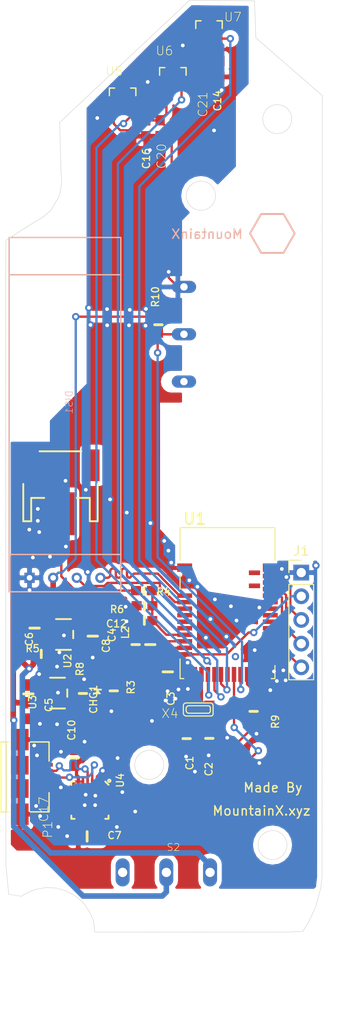
<source format=kicad_pcb>
(kicad_pcb (version 20171130) (host pcbnew "(6.0.0-rc1-dev-1027-g90233e5ec)")
  (layers (0 Top signal) (31 Bottom signal) (34 B.Paste user) (35 F.Paste user) (36 B.SilkS user) (37 F.SilkS user) (38 B.Mask user) (39 F.Mask user) (44 Edge.Cuts user))
  (net 0 "")
  (net 1 GND)
  (net 2 3.3V)
  (net 3 VBAT)
  (net 4 VBUS)
  (net 5 "Net-(U1-Pad41)")
  (net 6 "Net-(U1-Pad40)")
  (net 7 /FRST)
  (net 8 /SWDIO)
  (net 9 /SWCLK)
  (net 10 /RESET)
  (net 11 /DFU)
  (net 12 /SWO)
  (net 13 /P0.16)
  (net 14 /P0.15)
  (net 15 /MISO)
  (net 16 /MOSI)
  (net 17 /SCK)
  (net 18 /P0.11)
  (net 19 /RXD)
  (net 20 /P0.07)
  (net 21 /TXD)
  (net 22 "Net-(C2-Pad1)")
  (net 23 "Net-(C1-Pad1)")
  (net 24 "Net-(L2-Pad2)")
  (net 25 "Net-(C4-Pad1)")
  (net 26 /A7/P0.31)
  (net 27 /A6/P0.30)
  (net 28 /A5/0.29)
  (net 29 /A4/0.28)
  (net 30 /P0.27)
  (net 31 /SCL)
  (net 32 /SDA)
  (net 33 "Net-(R8-Pad1)")
  (net 34 "Net-(R3-Pad2)")
  (net 35 "Net-(U2-Pad4)")
  (net 36 "Net-(R5-Pad1)")
  (net 37 "Net-(U4-Pad24)")
  (net 38 /DTR)
  (net 39 "Net-(U4-Pad22)")
  (net 40 "Net-(R9-Pad1)")
  (net 41 "Net-(U4-Pad19)")
  (net 42 "Net-(U4-Pad18)")
  (net 43 "Net-(U4-Pad17)")
  (net 44 "Net-(C7-Pad1)")
  (net 45 "Net-(U4-Pad15)")
  (net 46 "Net-(U4-Pad14)")
  (net 47 "Net-(U4-Pad13)")
  (net 48 "Net-(U4-Pad12)")
  (net 49 "Net-(U4-Pad11)")
  (net 50 "Net-(U4-Pad10)")
  (net 51 "Net-(U4-Pad9)")
  (net 52 /USBD-)
  (net 53 /USBD+)
  (net 54 "Net-(U4-Pad1)")
  (net 55 "Net-(P1-Pad4)")
  (net 56 /A0)
  (net 57 "Net-(S1-PadP3)")
  (net 58 "Net-(S2-Pad3)")
  (net 59 "Net-(CHG1-PadC)")
  (net 60 /A1)
  (net 61 /A2)
  (net 62 "Net-(U1-Pad23)")
  (net 63 "Net-(U1-Pad22)")
  (net 64 /A3)
  (net 65 /VBB)
  (net 66 "Net-(U1-Pad33)")
  (net 67 "Net-(U1-Pad31)")
  (module eBoard_remote_control:OLED (layer Bottom) (at 183.8198 102.3112 90)
    (fp_text reference DIS1 (at 0 0 270) (layer B.SilkS) (effects (font (size 0.76 0.76) (thickness 0.0608)) (justify right top mirror)))
    (fp_text value OLED hide)
    (pad SDA thru_hole circle (at -17.5 3.81 90) (size 1.108 1.108) (drill 0.6) (layers *.Cu *.Mask) (net 32 /SDA))
    (pad SCL thru_hole circle (at -17.5 1.27 90) (size 1.108 1.108) (drill 0.6) (layers *.Cu *.Mask) (net 31 /SCL))
    (pad VCC thru_hole circle (at -17.5 -1.27 90) (size 1.108 1.108) (drill 0.6) (layers *.Cu *.Mask) (net 2 3.3V))
    (pad GND thru_hole rect (at -17.5 -3.81 90) (size 1.108 1.108) (drill 0.6) (layers *.Cu *.Mask) (net 1 GND))
  )
  (module eBoard_remote_control:USB-MICRO-B (layer Top) (at 182.509863 141.168018 270)
    (fp_text reference P1 (at 6.639662 -0.019617 270) (layer F.SilkS) (effects (font (size 0.9652 0.9652) (thickness 0.077216)) (justify left bottom)))
    (fp_text value USB hide)
    (pad G2 smd rect (at 1.25 3.55 270) (size 2 1.9) (layers Top F.Paste F.Mask) (net 1 GND))
    (pad G3 smd rect (at -1.25 3.55 270) (size 2 1.9) (layers Top F.Paste F.Mask) (net 1 GND))
    (pad G1 smd rect (at 4 3.55 270) (size 2.3 1.9) (layers Top F.Paste F.Mask) (net 1 GND))
    (pad G4 smd rect (at -4 3.55 270) (size 2.3 1.9) (layers Top F.Paste F.Mask) (net 1 GND))
    (pad 1 smd rect (at -1.3 0.7 90) (size 0.4 1.4) (layers Top F.Paste F.Mask) (net 4 VBUS))
    (pad 2 smd rect (at -0.65 0.7 90) (size 0.4 1.4) (layers Top F.Paste F.Mask) (net 52 /USBD-))
    (pad 4 smd rect (at 0.65 0.7 90) (size 0.4 1.4) (layers Top F.Paste F.Mask) (net 55 "Net-(P1-Pad4)"))
    (pad 5 smd rect (at 1.3 0.7 90) (size 0.4 1.4) (layers Top F.Paste F.Mask) (net 1 GND))
    (pad 3 smd rect (at 0 0.7 90) (size 0.4 1.4) (layers Top F.Paste F.Mask) (net 53 /USBD+))
  )
  (module eBoard_remote_control:BLE_MODULE_RAYTAC_MDBT42 (layer Top) (at 201.292263 122.523756)
    (fp_text reference U1 (at -4.866 -8.328) (layer F.SilkS) (effects (font (size 1.2065 1.2065) (thickness 0.21717)) (justify left bottom)))
    (fp_text value MDBT42)
    (pad 41 smd rect (at 2.9 -1.85) (size 1.2 0.5) (layers Top F.Paste F.Mask) (net 5 "Net-(U1-Pad41)"))
    (pad 40 smd rect (at 2.9 -3.25) (size 1.2 0.5) (layers Top F.Paste F.Mask) (net 6 "Net-(U1-Pad40)"))
    (pad 39 smd rect (at 4.6 -3.8) (size 1.6 0.9) (layers Top F.Paste F.Mask) (net 1 GND))
    (pad 38 smd rect (at 4.6 -2.9) (size 1.6 0.48) (layers Top F.Paste F.Mask) (net 7 /FRST))
    (pad 37 smd rect (at 4.6 -2.2) (size 1.6 0.48) (layers Top F.Paste F.Mask) (net 8 /SWDIO))
    (pad 36 smd rect (at 4.6 -1.5) (size 1.6 0.48) (layers Top F.Paste F.Mask) (net 9 /SWCLK))
    (pad 35 smd rect (at 4.6 -0.8) (size 1.6 0.48) (layers Top F.Paste F.Mask) (net 10 /RESET))
    (pad 34 smd rect (at 4.6 -0.1) (size 1.6 0.48) (layers Top F.Paste F.Mask) (net 11 /DFU))
    (pad 33 smd rect (at 4.6 0.6) (size 1.6 0.48) (layers Top F.Paste F.Mask) (net 66 "Net-(U1-Pad33)"))
    (pad 32 smd rect (at 4.6 1.3) (size 1.6 0.48) (layers Top F.Paste F.Mask) (net 12 /SWO))
    (pad 31 smd rect (at 4.6 2) (size 1.6 0.48) (layers Top F.Paste F.Mask) (net 67 "Net-(U1-Pad31)"))
    (pad 30 smd rect (at 4.6 2.7) (size 1.6 0.48) (layers Top F.Paste F.Mask) (net 13 /P0.16))
    (pad 29 smd rect (at 4.6 3.4) (size 1.6 0.48) (layers Top F.Paste F.Mask) (net 14 /P0.15))
    (pad 28 smd rect (at 4.6 4.1) (size 1.6 0.48) (layers Top F.Paste F.Mask) (net 15 /MISO))
    (pad 27 smd rect (at 4.6 4.8) (size 1.6 0.48) (layers Top F.Paste F.Mask) (net 16 /MOSI))
    (pad 26 smd rect (at 4.6 5.5) (size 1.6 0.48) (layers Top F.Paste F.Mask) (net 17 /SCK))
    (pad 25 smd rect (at 4.6 6.2) (size 1.6 0.48) (layers Top F.Paste F.Mask) (net 18 /P0.11))
    (pad 24 smd rect (at 4.2 7.65 90) (size 1.6 0.48) (layers Top F.Paste F.Mask) (net 1 GND))
    (pad 23 smd rect (at 3.5 7.65 90) (size 1.6 0.48) (layers Top F.Paste F.Mask) (net 62 "Net-(U1-Pad23)"))
    (pad 22 smd rect (at 2.8 7.65 90) (size 1.6 0.48) (layers Top F.Paste F.Mask) (net 63 "Net-(U1-Pad22)"))
    (pad 21 smd rect (at 2.1 7.65 90) (size 1.6 0.48) (layers Top F.Paste F.Mask) (net 19 /RXD))
    (pad 20 smd rect (at 1.4 7.65 90) (size 1.6 0.48) (layers Top F.Paste F.Mask) (net 20 /P0.07))
    (pad 19 smd rect (at 0.7 7.65 90) (size 1.6 0.48) (layers Top F.Paste F.Mask) (net 21 /TXD))
    (pad 18 smd rect (at 0 7.65 90) (size 1.6 0.48) (layers Top F.Paste F.Mask) (net 64 /A3))
    (pad 17 smd rect (at -0.7 7.65 90) (size 1.6 0.48) (layers Top F.Paste F.Mask) (net 61 /A2))
    (pad 16 smd rect (at -1.4 7.65 90) (size 1.6 0.48) (layers Top F.Paste F.Mask) (net 60 /A1))
    (pad 15 smd rect (at -2.1 7.65 90) (size 1.6 0.48) (layers Top F.Paste F.Mask) (net 56 /A0))
    (pad 14 smd rect (at -2.8 7.65 90) (size 1.6 0.48) (layers Top F.Paste F.Mask) (net 22 "Net-(C2-Pad1)"))
    (pad 13 smd rect (at -3.5 7.65 90) (size 1.6 0.48) (layers Top F.Paste F.Mask) (net 23 "Net-(C1-Pad1)"))
    (pad 12 smd rect (at -4.2 7.65 90) (size 1.6 0.48) (layers Top F.Paste F.Mask) (net 1 GND))
    (pad 11 smd rect (at -4.6 5.5) (size 1.6 0.48) (layers Top F.Paste F.Mask) (net 2 3.3V))
    (pad 10 smd rect (at -4.6 4.8) (size 1.6 0.48) (layers Top F.Paste F.Mask) (net 24 "Net-(L2-Pad2)"))
    (pad 9 smd rect (at -4.6 4.1) (size 1.6 0.48) (layers Top F.Paste F.Mask) (net 25 "Net-(C4-Pad1)"))
    (pad 8 smd rect (at -4.6 3.4) (size 1.6 0.48) (layers Top F.Paste F.Mask) (net 26 /A7/P0.31))
    (pad 7 smd rect (at -4.6 2.7) (size 1.6 0.48) (layers Top F.Paste F.Mask) (net 27 /A6/P0.30))
    (pad 6 smd rect (at -4.6 2) (size 1.6 0.48) (layers Top F.Paste F.Mask) (net 28 /A5/0.29))
    (pad 5 smd rect (at -4.6 1.3) (size 1.6 0.48) (layers Top F.Paste F.Mask) (net 29 /A4/0.28))
    (pad 4 smd rect (at -4.6 0.6) (size 1.6 0.48) (layers Top F.Paste F.Mask) (net 30 /P0.27))
    (pad 3 smd rect (at -4.6 -0.1) (size 1.6 0.48) (layers Top F.Paste F.Mask) (net 31 /SCL))
    (pad 2 smd rect (at -4.6 -0.8) (size 1.6 0.48) (layers Top F.Paste F.Mask) (net 32 /SDA))
    (pad 1 smd rect (at -4.6 -3.8) (size 1.6 0.9) (layers Top F.Paste F.Mask) (net 1 GND))
  )
  (module eBoard_remote_control:JSTPH2 (layer Top) (at 183.3372 109.2454)
    (fp_text reference X2 hide)
    (fp_text value JSTPH hide)
    (pad NC2 smd rect (at 3.4 -1.5 90) (size 3.4 1.6) (layers Top F.Paste F.Mask))
    (pad NC1 smd rect (at -3.4 -1.5 90) (size 3.4 1.6) (layers Top F.Paste F.Mask))
    (pad 2 smd rect (at 1 3.7) (size 1 4.6) (layers Top F.Paste F.Mask) (net 3 VBAT))
    (pad 1 smd rect (at -1 3.7) (size 1 4.6) (layers Top F.Paste F.Mask) (net 1 GND))
  )
  (module eBoard_remote_control:SS12D11 (layer Top) (at 194.7164 151.4094 180)
    (fp_text reference S2 (at 0 2.25) (layer F.SilkS) (effects (font (size 0.76 0.76) (thickness 0.0608)) (justify left bottom)))
    (fp_text value SS12D11 hide)
    (pad 3 thru_hole oval (at 4.7 0 270) (size 3.016 1.508) (drill 1) (layers *.Cu *.Mask) (net 58 "Net-(S2-Pad3)"))
    (pad 1 thru_hole oval (at -4.7 0 270) (size 3.016 1.508) (drill 1) (layers *.Cu *.Mask) (net 65 /VBB))
    (pad 2 thru_hole oval (at 0 0 270) (size 3.016 1.508) (drill 1) (layers *.Cu *.Mask) (net 3 VBAT))
  )
  (module eBoard_remote_control:0603-NO (layer Top) (at 185.7502 132.21716 90)
    (fp_text reference R8 (at 1.778 0.127 90) (layer F.SilkS) (effects (font (size 0.77216 0.77216) (thickness 0.138988)) (justify left bottom)))
    (fp_text value 1K)
    (pad 2 smd rect (at 0.85 0 90) (size 1.075 1) (layers Top F.Paste F.Mask) (net 1 GND))
    (pad 1 smd rect (at -0.85 0 90) (size 1.075 1) (layers Top F.Paste F.Mask) (net 33 "Net-(R8-Pad1)"))
  )
  (module eBoard_remote_control:XTAL3215 (layer Top) (at 198.144537 133.935476 180)
    (fp_text reference X4 (at 2.069237 0.128276) (layer F.SilkS) (effects (font (size 0.9652 0.9652) (thickness 0.077216)) (justify right top)))
    (fp_text value 32.768)
    (pad P$2 smd rect (at -1.2 0) (size 1.1 1.9) (layers Top F.Paste F.Mask) (net 22 "Net-(C2-Pad1)"))
    (pad P$1 smd rect (at 1.2 0 180) (size 1.1 1.9) (layers Top F.Paste F.Mask) (net 23 "Net-(C1-Pad1)"))
  )
  (module eBoard_remote_control:0603-NO (layer Top) (at 184.852663 139.141418 90)
    (fp_text reference C10 (at 1.778 0.127 90) (layer F.SilkS) (effects (font (size 0.77216 0.77216) (thickness 0.138988)) (justify left bottom)))
    (fp_text value 0.1uF)
    (pad 2 smd rect (at 0.85 0 90) (size 1.075 1) (layers Top F.Paste F.Mask) (net 1 GND))
    (pad 1 smd rect (at -0.85 0 90) (size 1.075 1) (layers Top F.Paste F.Mask) (net 2 3.3V))
  )
  (module eBoard_remote_control:0603-NO (layer Top) (at 204.1017 134.1374 90)
    (fp_text reference R9 (at -0.2667 1.8796 -90) (layer F.SilkS) (effects (font (size 0.77216 0.77216) (thickness 0.138988)) (justify right top)))
    (fp_text value 1K)
    (pad 2 smd rect (at 0.85 0 90) (size 1.075 1) (layers Top F.Paste F.Mask) (net 19 /RXD))
    (pad 1 smd rect (at -0.85 0 90) (size 1.075 1) (layers Top F.Paste F.Mask) (net 40 "Net-(R9-Pad1)"))
  )
  (module eBoard_remote_control:SOT23 (layer Top) (at 190.0174 67.945)
    (fp_text reference U5 (at -1.905 -1.905) (layer F.SilkS) (effects (font (size 0.95 0.95) (thickness 0.076)) (justify left bottom)))
    (fp_text value AH49ENTR-G1 hide)
    (pad 1 smd rect (at -0.95 1.1) (size 1 1.4) (layers Top F.Paste F.Mask) (net 2 3.3V))
    (pad 2 smd rect (at 0.95 1.1) (size 1 1.4) (layers Top F.Paste F.Mask) (net 56 /A0))
    (pad 3 smd rect (at 0 -1.1) (size 1 1.4) (layers Top F.Paste F.Mask) (net 1 GND))
  )
  (module eBoard_remote_control:K9-1267B-L (layer Top) (at 196.61124 93.69044 270)
    (fp_text reference S1 hide)
    (fp_text value K9-1267B-L hide)
    (pad P3 thru_hole oval (at 5.08 0) (size 2.616 1.308) (drill 0.8) (layers *.Cu *.Mask) (net 57 "Net-(S1-PadP3)"))
    (pad P1 thru_hole oval (at -5.08 0) (size 2.616 1.308) (drill 0.8) (layers *.Cu *.Mask) (net 1 GND))
    (pad P2 thru_hole oval (at 0 0) (size 2.616 1.308) (drill 0.8) (layers *.Cu *.Mask) (net 20 /P0.07))
  )
  (module Connector_PinHeader_2.54mm:PinHeader_1x05_P2.54mm_Vertical (layer Top) (at 209.220844 119.25401)
    (fp_text reference J1 (at 0 -2.33) (layer F.SilkS))
    (fp_text value SWDIO_conn)
    (pad 5 thru_hole oval (at 0 10.16) (size 1.7 1.7) (drill 1) (layers *.Cu *.Mask) (net 10 /RESET))
    (pad 4 thru_hole oval (at 0 7.62) (size 1.7 1.7) (drill 1) (layers *.Cu *.Mask) (net 9 /SWCLK))
    (pad 3 thru_hole oval (at 0 5.08) (size 1.7 1.7) (drill 1) (layers *.Cu *.Mask) (net 8 /SWDIO))
    (pad 2 thru_hole oval (at 0 2.54) (size 1.7 1.7) (drill 1) (layers *.Cu *.Mask) (net 2 3.3V))
    (pad 1 thru_hole rect (at 0 0) (size 1.7 1.7) (drill 1) (layers *.Cu *.Mask) (net 1 GND))
  )
  (module eBoard_remote_control:SOT23 (layer Top) (at 199.30364 60.73648)
    (fp_text reference U7 (at 1.56464 -0.51308) (layer F.SilkS) (effects (font (size 0.95 0.95) (thickness 0.076)) (justify left bottom)))
    (fp_text value AH49ENTR-G1 hide)
    (pad 1 smd rect (at -0.95 1.1) (size 1 1.4) (layers Top F.Paste F.Mask) (net 2 3.3V))
    (pad 2 smd rect (at 0.95 1.1) (size 1 1.4) (layers Top F.Paste F.Mask) (net 61 /A2))
    (pad 3 smd rect (at 0 -1.1) (size 1 1.4) (layers Top F.Paste F.Mask) (net 1 GND))
  )
  (module eBoard_remote_control:SOT23 (layer Top) (at 195.41744 65.75316)
    (fp_text reference U6 (at -1.905 -1.905) (layer F.SilkS) (effects (font (size 0.95 0.95) (thickness 0.076)) (justify left bottom)))
    (fp_text value AH49ENTR-G1 hide)
    (pad 1 smd rect (at -0.95 1.1) (size 1 1.4) (layers Top F.Paste F.Mask) (net 2 3.3V))
    (pad 2 smd rect (at 0.95 1.1) (size 1 1.4) (layers Top F.Paste F.Mask) (net 60 /A1))
    (pad 3 smd rect (at 0 -1.1) (size 1 1.4) (layers Top F.Paste F.Mask) (net 1 GND))
  )
  (module eBoard_remote_control:C0603 (layer Top) (at 198.81429 65.271196 270)
    (fp_text reference C21 (at 5.201104 -0.38521 270) (layer F.SilkS) (effects (font (size 0.95 0.95) (thickness 0.076)) (justify left bottom)))
    (fp_text value 100n hide)
    (pad 2 smd rect (at 0.85 0 270) (size 1.1 1) (layers Top F.Paste F.Mask) (net 1 GND))
    (pad 1 smd rect (at -0.85 0 270) (size 1.1 1) (layers Top F.Paste F.Mask) (net 2 3.3V))
  )
  (module eBoard_remote_control:C0603 (layer Top) (at 194.045145 71.589695 270)
    (fp_text reference C20 (at 4.432505 -0.722055 270) (layer F.SilkS) (effects (font (size 0.95 0.95) (thickness 0.076)) (justify left bottom)))
    (fp_text value 10µF hide)
    (pad 2 smd rect (at 0.85 0 270) (size 1.1 1) (layers Top F.Paste F.Mask) (net 1 GND))
    (pad 1 smd rect (at -0.85 0 270) (size 1.1 1) (layers Top F.Paste F.Mask) (net 2 3.3V))
  )
  (module eBoard_remote_control:0603-NO (layer Top) (at 196.899937 137.059676 270)
    (fp_text reference C1 (at 1.778 0.127 90) (layer F.SilkS) (effects (font (size 0.77216 0.77216) (thickness 0.138988)) (justify right top)))
    (fp_text value 22pF)
    (pad 2 smd rect (at 0.85 0 270) (size 1.075 1) (layers Top F.Paste F.Mask) (net 1 GND))
    (pad 1 smd rect (at -0.85 0 270) (size 1.075 1) (layers Top F.Paste F.Mask) (net 23 "Net-(C1-Pad1)"))
  )
  (module eBoard_remote_control:0603-NO (layer Top) (at 199.338337 137.034276 270)
    (fp_text reference C2 (at 2.462524 0.507137 90) (layer F.SilkS) (effects (font (size 0.77216 0.77216) (thickness 0.138988)) (justify right top)))
    (fp_text value 22pF)
    (pad 2 smd rect (at 0.85 0 270) (size 1.075 1) (layers Top F.Paste F.Mask) (net 1 GND))
    (pad 1 smd rect (at -0.85 0 270) (size 1.075 1) (layers Top F.Paste F.Mask) (net 22 "Net-(C2-Pad1)"))
  )
  (module eBoard_remote_control:0805-NO (layer Top) (at 194.87388 129.90068 270)
    (fp_text reference C3 (at 2.032 0.127 90) (layer F.SilkS) (effects (font (size 0.77216 0.77216) (thickness 0.138988)) (justify right top)))
    (fp_text value 10uF)
    (pad 2 smd rect (at 0.95 0 270) (size 1.24 1.5) (layers Top F.Paste F.Mask) (net 1 GND))
    (pad 1 smd rect (at -0.95 0 270) (size 1.24 1.5) (layers Top F.Paste F.Mask) (net 2 3.3V))
  )
  (module eBoard_remote_control:0805-NO (layer Top) (at 192.990244 126.97561 270)
    (fp_text reference L2 (at -2.05841 3.137944 90) (layer F.SilkS) (effects (font (size 0.77216 0.77216) (thickness 0.138988)) (justify right top)))
    (fp_text value 10uH)
    (pad 2 smd rect (at 0.95 0 270) (size 1.24 1.5) (layers Top F.Paste F.Mask) (net 24 "Net-(L2-Pad2)"))
    (pad 1 smd rect (at -0.95 0 270) (size 1.24 1.5) (layers Top F.Paste F.Mask) (net 25 "Net-(C4-Pad1)"))
  )
  (module eBoard_remote_control:0603-NO (layer Top) (at 191.4144 126.9746 270)
    (fp_text reference C4 (at -0.1778 2.0955 270) (layer F.SilkS) (effects (font (size 0.77216 0.77216) (thickness 0.138988)) (justify left bottom)))
    (fp_text value 1uF)
    (pad 2 smd rect (at 0.85 0 270) (size 1.075 1) (layers Top F.Paste F.Mask) (net 1 GND))
    (pad 1 smd rect (at -0.85 0 270) (size 1.075 1) (layers Top F.Paste F.Mask) (net 25 "Net-(C4-Pad1)"))
  )
  (module eBoard_remote_control:SOT23-5 (layer Top) (at 183.017077 132.179116 270)
    (fp_text reference U3 (at 1.838877 2.232716 270) (layer F.SilkS) (effects (font (size 0.77216 0.77216) (thickness 0.138988)) (justify left bottom)))
    (fp_text value MCP73831T-2ACI/OT)
    (pad 5 smd rect (at -0.95 -1.3001 270) (size 0.55 1.2) (layers Top F.Paste F.Mask) (net 33 "Net-(R8-Pad1)"))
    (pad 4 smd rect (at 0.95 -1.3001 270) (size 0.55 1.2) (layers Top F.Paste F.Mask) (net 4 VBUS))
    (pad 3 smd rect (at 0.95 1.3001 270) (size 0.55 1.2) (layers Top F.Paste F.Mask) (net 3 VBAT))
    (pad 2 smd rect (at 0 1.3001 270) (size 0.55 1.2) (layers Top F.Paste F.Mask) (net 1 GND))
    (pad 1 smd rect (at -0.95 1.3001 270) (size 0.55 1.2) (layers Top F.Paste F.Mask) (net 34 "Net-(R3-Pad2)"))
  )
  (module eBoard_remote_control:CHIPLED_0805_NOOUTLINE (layer Top) (at 187.335077 132.039416)
    (fp_text reference CHG1 (at 0.002623 2.440884 -270) (layer F.SilkS) (effects (font (size 0.77216 0.77216) (thickness 0.138988)) (justify left bottom)))
    (fp_text value BLUE)
    (pad A smd rect (at 0 1.05) (size 1.2 1.2) (layers Top F.Paste F.Mask) (net 4 VBUS))
    (pad C smd rect (at 0 -1.05) (size 1.2 1.2) (layers Top F.Paste F.Mask) (net 59 "Net-(CHG1-PadC)"))
  )
  (module eBoard_remote_control:0603-NO (layer Top) (at 189.062277 131.937816 270)
    (fp_text reference R3 (at -1.229416 -1.399623 90) (layer F.SilkS) (effects (font (size 0.77216 0.77216) (thickness 0.138988)) (justify right top)))
    (fp_text value 1K)
    (pad 2 smd rect (at 0.85 0 270) (size 1.075 1) (layers Top F.Paste F.Mask) (net 34 "Net-(R3-Pad2)"))
    (pad 1 smd rect (at -0.85 0 270) (size 1.075 1) (layers Top F.Paste F.Mask) (net 59 "Net-(CHG1-PadC)"))
  )
  (module eBoard_remote_control:0805-NO (layer Top) (at 179.88788 132.26288 90)
    (fp_text reference C5 (at -0.340416 1.749977 -90) (layer F.SilkS) (effects (font (size 0.77216 0.77216) (thickness 0.138988)) (justify right top)))
    (fp_text value 10µF)
    (pad 2 smd rect (at 0.95 0 90) (size 1.24 1.5) (layers Top F.Paste F.Mask) (net 1 GND))
    (pad 1 smd rect (at -0.95 0 90) (size 1.24 1.5) (layers Top F.Paste F.Mask) (net 3 VBAT))
  )
  (module eBoard_remote_control:0603-NO (layer Top) (at 192.304444 121.18441)
    (fp_text reference R4 (at 1.279116 0.58319) (layer F.SilkS) (effects (font (size 0.77216 0.77216) (thickness 0.138988)) (justify left bottom)))
    (fp_text value 806K)
    (pad 2 smd rect (at 0.85 0) (size 1.075 1) (layers Top F.Paste F.Mask) (net 26 /A7/P0.31))
    (pad 1 smd rect (at -0.85 0) (size 1.075 1) (layers Top F.Paste F.Mask) (net 3 VBAT))
  )
  (module eBoard_remote_control:0603-NO (layer Top) (at 192.368844 122.81001 180)
    (fp_text reference R6 (at 3.799244 -0.83719 180) (layer F.SilkS) (effects (font (size 0.77216 0.77216) (thickness 0.138988)) (justify left bottom)))
    (fp_text value 2M)
    (pad 2 smd rect (at 0.85 0 180) (size 1.075 1) (layers Top F.Paste F.Mask) (net 1 GND))
    (pad 1 smd rect (at -0.85 0 180) (size 1.075 1) (layers Top F.Paste F.Mask) (net 26 /A7/P0.31))
  )
  (module eBoard_remote_control:0805-NO (layer Top) (at 180.55336 125.20676 270)
    (fp_text reference C6 (at 2.032 0.127 270) (layer F.SilkS) (effects (font (size 0.77216 0.77216) (thickness 0.138988)) (justify left bottom)))
    (fp_text value 10µF)
    (pad 2 smd rect (at 0.95 0 270) (size 1.24 1.5) (layers Top F.Paste F.Mask) (net 1 GND))
    (pad 1 smd rect (at -0.95 0 270) (size 1.24 1.5) (layers Top F.Paste F.Mask) (net 65 /VBB))
  )
  (module eBoard_remote_control:0805-NO (layer Top) (at 186.805735 126.067768 270)
    (fp_text reference C8 (at 1.884732 -1.890865 270) (layer F.SilkS) (effects (font (size 0.77216 0.77216) (thickness 0.138988)) (justify left bottom)))
    (fp_text value 10µF)
    (pad 2 smd rect (at 0.95 0 270) (size 1.24 1.5) (layers Top F.Paste F.Mask) (net 1 GND))
    (pad 1 smd rect (at -0.95 0 270) (size 1.24 1.5) (layers Top F.Paste F.Mask) (net 2 3.3V))
  )
  (module eBoard_remote_control:SOT23-5 (layer Top) (at 183.656135 125.889968 270)
    (fp_text reference U2 (at 1.978 0 90) (layer F.SilkS) (effects (font (size 0.77216 0.77216) (thickness 0.138988)) (justify right top)))
    (fp_text value "AP2112(3.3V)")
    (pad 5 smd rect (at -0.95 -1.3001 270) (size 0.55 1.2) (layers Top F.Paste F.Mask) (net 2 3.3V))
    (pad 4 smd rect (at 0.95 -1.3001 270) (size 0.55 1.2) (layers Top F.Paste F.Mask) (net 35 "Net-(U2-Pad4)"))
    (pad 3 smd rect (at 0.95 1.3001 270) (size 0.55 1.2) (layers Top F.Paste F.Mask) (net 36 "Net-(R5-Pad1)"))
    (pad 2 smd rect (at 0 1.3001 270) (size 0.55 1.2) (layers Top F.Paste F.Mask) (net 1 GND))
    (pad 1 smd rect (at -0.95 1.3001 270) (size 0.55 1.2) (layers Top F.Paste F.Mask) (net 65 /VBB))
  )
  (module eBoard_remote_control:0603-NO (layer Top) (at 181.26964 127.97536 180)
    (fp_text reference R5 (at 1.778 0.127 180) (layer F.SilkS) (effects (font (size 0.77216 0.77216) (thickness 0.138988)) (justify left bottom)))
    (fp_text value 100K)
    (pad 2 smd rect (at 0.85 0 180) (size 1.075 1) (layers Top F.Paste F.Mask) (net 65 /VBB))
    (pad 1 smd rect (at -0.85 0 180) (size 1.075 1) (layers Top F.Paste F.Mask) (net 36 "Net-(R5-Pad1)"))
  )
  (module eBoard_remote_control:QFN24_4MM_SMSC (layer Top) (at 186.503663 143.662618 270)
    (fp_text reference U4 (at -2.984718 -2.8 90) (layer F.SilkS) (effects (font (size 0.77216 0.77216) (thickness 0.138988)) (justify right top)))
    (fp_text value CP2104)
    (pad THERM smd rect (at 0 0 270) (size 2.5 2.5) (layers Top F.Mask) (net 1 GND))
    (pad 24 smd roundrect (at -1.25 -2 180) (size 0.8 0.28) (layers Top F.Paste F.Mask) (net 37 "Net-(U4-Pad24)"))
    (pad 23 smd roundrect (at -0.75 -2 180) (size 0.8 0.28) (layers Top F.Paste F.Mask) (net 38 /DTR))
    (pad 22 smd roundrect (at -0.25 -2 180) (size 0.8 0.28) (layers Top F.Paste F.Mask) (net 39 "Net-(U4-Pad22)"))
    (pad 21 smd roundrect (at 0.25 -2 180) (size 0.8 0.28) (layers Top F.Paste F.Mask) (net 40 "Net-(R9-Pad1)"))
    (pad 20 smd roundrect (at 0.75 -2 180) (size 0.8 0.28) (layers Top F.Paste F.Mask) (net 21 /TXD))
    (pad 19 smd roundrect (at 1.25 -2 180) (size 0.8 0.28) (layers Top F.Paste F.Mask) (net 41 "Net-(U4-Pad19)"))
    (pad 18 smd roundrect (at 2 -1.25 270) (size 0.8 0.28) (layers Top F.Paste F.Mask) (net 42 "Net-(U4-Pad18)"))
    (pad 17 smd roundrect (at 2 -0.75 270) (size 0.8 0.28) (layers Top F.Paste F.Mask) (net 43 "Net-(U4-Pad17)"))
    (pad 16 smd roundrect (at 2 -0.25 270) (size 0.8 0.28) (layers Top F.Paste F.Mask) (net 44 "Net-(C7-Pad1)"))
    (pad 15 smd roundrect (at 2 0.25 270) (size 0.8 0.28) (layers Top F.Paste F.Mask) (net 45 "Net-(U4-Pad15)"))
    (pad 14 smd roundrect (at 2 0.75 270) (size 0.8 0.28) (layers Top F.Paste F.Mask) (net 46 "Net-(U4-Pad14)"))
    (pad 13 smd roundrect (at 2 1.25 270) (size 0.8 0.28) (layers Top F.Paste F.Mask) (net 47 "Net-(U4-Pad13)"))
    (pad 12 smd roundrect (at 1.25 2) (size 0.8 0.28) (layers Top F.Paste F.Mask) (net 48 "Net-(U4-Pad12)"))
    (pad 11 smd roundrect (at 0.75 2) (size 0.8 0.28) (layers Top F.Paste F.Mask) (net 49 "Net-(U4-Pad11)"))
    (pad 10 smd roundrect (at 0.25 2) (size 0.8 0.28) (layers Top F.Paste F.Mask) (net 50 "Net-(U4-Pad10)"))
    (pad 9 smd roundrect (at -0.25 2) (size 0.8 0.28) (layers Top F.Paste F.Mask) (net 51 "Net-(U4-Pad9)"))
    (pad 8 smd roundrect (at -0.75 2) (size 0.8 0.28) (layers Top F.Paste F.Mask) (net 4 VBUS))
    (pad 7 smd roundrect (at -1.25 2) (size 0.8 0.28) (layers Top F.Paste F.Mask) (net 2 3.3V))
    (pad 6 smd roundrect (at -2 1.25 90) (size 0.8 0.28) (layers Top F.Paste F.Mask) (net 2 3.3V))
    (pad 5 smd roundrect (at -2 0.75 90) (size 0.8 0.28) (layers Top F.Paste F.Mask) (net 2 3.3V))
    (pad 4 smd roundrect (at -2 0.25 90) (size 0.8 0.28) (layers Top F.Paste F.Mask) (net 52 /USBD-))
    (pad 3 smd roundrect (at -2 -0.25 90) (size 0.8 0.28) (layers Top F.Paste F.Mask) (net 53 /USBD+))
    (pad 2 smd roundrect (at -2 -0.75 90) (size 0.8 0.28) (layers Top F.Paste F.Mask) (net 1 GND))
    (pad 1 smd roundrect (at -2 -1.25 90) (size 0.8 0.28) (layers Top F.Paste F.Mask) (net 54 "Net-(U4-Pad1)"))
  )
  (module eBoard_remote_control:0603-NO (layer Top) (at 192.355244 124.41021 180)
    (fp_text reference C12 (at 1.778 0.127) (layer F.SilkS) (effects (font (size 0.77216 0.77216) (thickness 0.138988)) (justify right top)))
    (fp_text value 1nF)
    (pad 2 smd rect (at 0.85 0 180) (size 1.075 1) (layers Top F.Paste F.Mask) (net 1 GND))
    (pad 1 smd rect (at -0.85 0 180) (size 1.075 1) (layers Top F.Paste F.Mask) (net 26 /A7/P0.31))
  )
  (module eBoard_remote_control:0805-NO (layer Top) (at 186.198863 147.548818 180)
    (fp_text reference C7 (at -2.104037 -0.342682 180) (layer F.SilkS) (effects (font (size 0.77216 0.77216) (thickness 0.138988)) (justify left bottom)))
    (fp_text value 10uf)
    (pad 2 smd rect (at 0.95 0 180) (size 1.24 1.5) (layers Top F.Paste F.Mask) (net 1 GND))
    (pad 1 smd rect (at -0.95 0 180) (size 1.24 1.5) (layers Top F.Paste F.Mask) (net 44 "Net-(C7-Pad1)"))
  )
  (module eBoard_remote_control:C0603 (layer Top) (at 200.4822 65.239 270)
    (fp_text reference C14 (at 4.6237 -0.1905 270) (layer F.SilkS) (effects (font (size 0.77216 0.77216) (thickness 0.138988)) (justify left bottom)))
    (fp_text value 10µF hide)
    (pad 2 smd rect (at 0.85 0 270) (size 1.1 1) (layers Top F.Paste F.Mask) (net 1 GND))
    (pad 1 smd rect (at -0.85 0 270) (size 1.1 1) (layers Top F.Paste F.Mask) (net 2 3.3V))
  )
  (module eBoard_remote_control:0603-NO (layer Top) (at 193.86296 92.66936 90)
    (fp_text reference R10 (at 1.778 0.127 90) (layer F.SilkS) (effects (font (size 0.77216 0.77216) (thickness 0.138988)) (justify left bottom)))
    (fp_text value 1K)
    (pad 2 smd rect (at 0.85 0 90) (size 1.075 1) (layers Top F.Paste F.Mask) (net 2 3.3V))
    (pad 1 smd rect (at -0.85 0 90) (size 1.075 1) (layers Top F.Paste F.Mask) (net 20 /P0.07))
  )
  (module eBoard_remote_control:C0603 (layer Top) (at 192.5066 71.6026 270)
    (fp_text reference C16 (at 4.4577 -0.508 270) (layer F.SilkS) (effects (font (size 0.77216 0.77216) (thickness 0.138988)) (justify left bottom)))
    (fp_text value 100n hide)
    (pad 2 smd rect (at 0.85 0 270) (size 1.1 1) (layers Top F.Paste F.Mask) (net 1 GND))
    (pad 1 smd rect (at -0.85 0 270) (size 1.1 1) (layers Top F.Paste F.Mask) (net 2 3.3V))
  )
  (module eBoard_remote_control:C0603 (layer Top) (at 183.0832 144.51076 270)
    (fp_text reference C17 (at 1.561882 0.994763 270) (layer F.SilkS) (effects (font (size 0.95 0.95) (thickness 0.076)) (justify left bottom)))
    (fp_text value 10µF hide)
    (pad 2 smd rect (at 0.85 0 270) (size 1.1 1) (layers Top F.Paste F.Mask) (net 1 GND))
    (pad 1 smd rect (at -0.85 0 270) (size 1.1 1) (layers Top F.Paste F.Mask) (net 4 VBUS))
  )
  (gr_line (start 207.60436 157.81528) (end 209.3976 157.734) (layer Edge.Cuts) (width 0.05))
  (gr_line (start 187.0202 157.8102) (end 207.60436 157.81528) (layer Edge.Cuts) (width 0.05))
  (gr_line (start 204.19568 57.9374) (end 197.22084 57.86628) (layer Edge.Cuts) (width 0.05))
  (gr_text MountainX (at 199.09028 82.94624) (layer B.SilkS) (effects (font (size 1 1)) (justify mirror)))
  (gr_line (start 204.91212 80.794882) (end 207.316265 80.794882) (layer B.SilkS) (width 0.2))
  (gr_line (start 204.91212 84.958984) (end 203.710047 82.876933) (layer B.SilkS) (width 0.2))
  (gr_line (start 208.518338 82.876933) (end 207.316265 84.958984) (layer B.SilkS) (width 0.2))
  (gr_line (start 207.316265 84.958984) (end 204.91212 84.958984) (layer B.SilkS) (width 0.2))
  (gr_line (start 207.316265 80.794882) (end 208.518338 82.876933) (layer B.SilkS) (width 0.2))
  (gr_line (start 203.710047 82.876933) (end 204.91212 80.794882) (layer B.SilkS) (width 0.2))
  (gr_text "Made By\n" (at 206.1718 142.3162) (layer F.SilkS) (effects (font (size 1 1))))
  (gr_line (start 180.4162 81.7372) (end 177.4698 83.6168) (layer Edge.Cuts) (width 0.05))
  (gr_line (start 183.2483 70.9803) (end 183.388 76.1238) (layer Edge.Cuts) (width 0.05))
  (gr_line (start 197.22084 57.86628) (end 183.2483 70.9803) (layer Edge.Cuts) (width 0.05))
  (gr_text "MountainX.xyz\n" (at 204.9526 144.8054) (layer F.SilkS) (effects (font (size 1 1))))
  (gr_circle (center 192.87744 139.8778) (end 194.35064 140.3731) (layer Edge.Cuts) (width 0.05))
  (gr_circle (center 206.1337 148.4757) (end 207.6069 148.971) (layer Edge.Cuts) (width 0.05))
  (gr_circle (center 206.6417 70.612) (end 208.1403 70.2056) (layer Edge.Cuts) (width 0.05))
  (gr_circle (center 198.42988 78.83144) (end 199.99198 78.69174) (layer Edge.Cuts) (width 0.05))
  (gr_line (start 204.343 61.8998) (end 204.19568 57.9374) (layer Edge.Cuts) (width 0.05))
  (gr_line (start 179.3494 153.8224) (end 179.1462 153.9748) (layer Edge.Cuts) (width 0.05))
  (gr_line (start 180.1114 153.4414) (end 179.3494 153.8224) (layer Edge.Cuts) (width 0.05))
  (gr_line (start 180.7464 153.2128) (end 180.1114 153.4414) (layer Edge.Cuts) (width 0.05))
  (gr_line (start 181.7624 153.035) (end 180.7464 153.2128) (layer Edge.Cuts) (width 0.05))
  (gr_line (start 182.88 153.0858) (end 181.7624 153.035) (layer Edge.Cuts) (width 0.05))
  (gr_line (start 183.769 153.3398) (end 182.88 153.0858) (layer Edge.Cuts) (width 0.05))
  (gr_line (start 184.785 153.8224) (end 183.769 153.3398) (layer Edge.Cuts) (width 0.05))
  (gr_line (start 185.2676 154.2034) (end 184.785 153.8224) (layer Edge.Cuts) (width 0.05))
  (gr_line (start 185.928 154.8384) (end 185.2676 154.2034) (layer Edge.Cuts) (width 0.05))
  (gr_line (start 186.5122 155.7528) (end 185.928 154.8384) (layer Edge.Cuts) (width 0.05))
  (gr_line (start 186.8932 156.6418) (end 186.5122 155.7528) (layer Edge.Cuts) (width 0.05))
  (gr_line (start 187.0202 157.8102) (end 186.8932 156.6418) (layer Edge.Cuts) (width 0.05))
  (gr_line (start 183.4642 77.2922) (end 183.388 76.1238) (layer Edge.Cuts) (width 0.05))
  (gr_line (start 183.3626 78.2066) (end 183.4642 77.2922) (layer Edge.Cuts) (width 0.05))
  (gr_line (start 183.1594 78.9686) (end 183.3626 78.2066) (layer Edge.Cuts) (width 0.05))
  (gr_line (start 182.8038 79.5528) (end 183.1594 78.9686) (layer Edge.Cuts) (width 0.05))
  (gr_line (start 182.2958 80.4164) (end 182.8038 79.5528) (layer Edge.Cuts) (width 0.05))
  (gr_line (start 181.3814 81.1784) (end 182.2958 80.4164) (layer Edge.Cuts) (width 0.05))
  (gr_line (start 180.4162 81.7372) (end 181.3814 81.1784) (layer Edge.Cuts) (width 0.05))
  (gr_line (start 177.4444 88.138) (end 177.4698 83.6168) (layer Edge.Cuts) (width 0.05))
  (gr_line (start 177.7746 153.7462) (end 179.1462 153.9748) (layer Edge.Cuts) (width 0.05))
  (gr_line (start 177.4698 150.6728) (end 177.7746 153.7462) (layer Edge.Cuts) (width 0.05))
  (gr_line (start 177.4444 88.138) (end 177.4698 150.6728) (layer Edge.Cuts) (width 0.05))
  (gr_line (start 211.4804 68.0974) (end 204.343 61.8998) (layer Edge.Cuts) (width 0.05))
  (gr_line (start 211.455 151.9428) (end 211.4804 68.0974) (layer Edge.Cuts) (width 0.05))
  (gr_line (start 211.328 153.0604) (end 211.455 151.9428) (layer Edge.Cuts) (width 0.05))
  (gr_line (start 210.7692 155.1178) (end 211.328 153.0604) (layer Edge.Cuts) (width 0.05))
  (gr_line (start 209.9564 156.845) (end 210.7692 155.1178) (layer Edge.Cuts) (width 0.05))
  (gr_line (start 209.3976 157.734) (end 209.9564 156.845) (layer Edge.Cuts) (width 0.05))
  (via (at 202.14844 128.26492) (size 0.8) (drill 0.4) (layers Top Bottom) (net 0))
  (via (at 187.062463 144.196018) (size 0.8) (drill 0.4) (layers Top Bottom) (net 1))
  (via (at 187.087863 143.180018) (size 0.8) (drill 0.4) (layers Top Bottom) (net 1))
  (via (at 185.944863 144.196018) (size 0.8) (drill 0.4) (layers Top Bottom) (net 1))
  (via (at 186.046463 143.078418) (size 0.8) (drill 0.4) (layers Top Bottom) (net 1))
  (segment (start 181.859863 142.418018) (end 181.809863 142.468018) (width 0.25) (layer Top) (net 1))
  (via (at 207.134263 118.866156) (size 0.8) (drill 0.4) (layers Top Bottom) (net 1))
  (via (at 183.706935 125.991568) (size 0.8) (drill 0.4) (layers Top Bottom) (net 1))
  (via (at 180.509263 137.795218) (size 0.8) (drill 0.4) (layers Top Bottom) (net 1))
  (via (at 181.144263 145.364418) (size 0.8) (drill 0.4) (layers Top Bottom) (net 1))
  (via (at 183.220277 127.810316) (size 0.8) (drill 0.4) (layers Top Bottom) (net 1))
  (via (at 183.09844 146.5326) (size 0.8) (drill 0.4) (layers Top Bottom) (net 1))
  (via (at 190.43396 124.4854) (size 0.8) (drill 0.4) (layers Top Bottom) (net 1))
  (via (at 190.34252 122.91568) (size 0.8) (drill 0.4) (layers Top Bottom) (net 1))
  (via (at 183.388 138.47064) (size 0.8) (drill 0.4) (layers Top Bottom) (net 1))
  (via (at 185.928 137.3886) (size 0.8) (drill 0.4) (layers Top Bottom) (net 1))
  (via (at 182.9689 135.5217) (size 0.8) (drill 0.4) (layers Top Bottom) (net 1))
  (via (at 181.1274 135.47344) (size 0.8) (drill 0.4) (layers Top Bottom) (net 1))
  (via (at 188.8109 134.1247) (size 0.8) (drill 0.4) (layers Top Bottom) (net 1))
  (via (at 182.9689 129.3368) (size 0.8) (drill 0.4) (layers Top Bottom) (net 1))
  (via (at 180.8988 112.4204) (size 0.8) (drill 0.4) (layers Top Bottom) (net 1))
  (via (at 180.8988 113.7031) (size 0.8) (drill 0.4) (layers Top Bottom) (net 1))
  (via (at 181.0512 114.9096) (size 0.8) (drill 0.4) (layers Top Bottom) (net 1))
  (via (at 187.8838 140.5001) (size 0.8) (drill 0.4) (layers Top Bottom) (net 1))
  (via (at 180.0098 121.1326) (size 0.8) (drill 0.4) (layers Top Bottom) (net 1))
  (segment (start 187.253663 141.130237) (end 187.253663 141.662618) (width 0.25) (layer Top) (net 1))
  (segment (start 187.8838 140.5001) (end 187.253663 141.130237) (width 0.25) (layer Top) (net 1))
  (via (at 205.8924 131.8641) (size 0.8) (drill 0.4) (layers Top Bottom) (net 1))
  (via (at 197.7898 140.6017) (size 0.8) (drill 0.4) (layers Top Bottom) (net 1))
  (via (at 189.98692 142.7988) (size 0.8) (drill 0.4) (layers Top Bottom) (net 1))
  (segment (start 190.0174 66.845) (end 189.6413 67.2211) (width 0.25) (layer Top) (net 1))
  (segment (start 205.492263 131.463963) (end 205.8924 131.8641) (width 0.25) (layer Top) (net 1))
  (segment (start 205.492263 130.173756) (end 205.492263 131.463963) (width 0.25) (layer Top) (net 1))
  (segment (start 196.900804 130.173756) (end 197.052262 130.173756) (width 0.6) (layer Top) (net 1))
  (segment (start 196.22388 130.85068) (end 196.900804 130.173756) (width 0.6) (layer Top) (net 1))
  (segment (start 194.87388 130.85068) (end 196.22388 130.85068) (width 0.6) (layer Top) (net 1))
  (segment (start 180.579117 132.004117) (end 179.88788 131.31288) (width 0.6) (layer Top) (net 1))
  (segment (start 181.386797 132.004117) (end 180.579117 132.004117) (width 0.6) (layer Top) (net 1))
  (segment (start 181.561796 132.179116) (end 181.386797 132.004117) (width 0.6) (layer Top) (net 1))
  (segment (start 181.716977 132.179116) (end 181.561796 132.179116) (width 0.6) (layer Top) (net 1))
  (segment (start 180.820152 125.889968) (end 180.55336 126.15676) (width 0.6) (layer Top) (net 1))
  (segment (start 182.356035 125.889968) (end 180.820152 125.889968) (width 0.6) (layer Top) (net 1))
  (via (at 184.05348 147.51812) (size 0.8) (drill 0.4) (layers Top Bottom) (net 1))
  (segment (start 184.084178 147.548818) (end 184.05348 147.51812) (width 0.25) (layer Top) (net 1))
  (segment (start 185.248863 147.548818) (end 184.084178 147.548818) (width 0.25) (layer Top) (net 1))
  (segment (start 183.09844 145.376) (end 183.0832 145.36076) (width 0.25) (layer Top) (net 1))
  (segment (start 183.09844 146.5326) (end 183.09844 145.376) (width 0.25) (layer Top) (net 1))
  (via (at 183.37276 142.29588) (size 0.8) (drill 0.4) (layers Top Bottom) (net 1))
  (segment (start 183.200622 142.468018) (end 183.37276 142.29588) (width 0.25) (layer Top) (net 1))
  (segment (start 181.809863 142.468018) (end 183.200622 142.468018) (width 0.25) (layer Top) (net 1))
  (via (at 180.81244 138.85672) (size 0.8) (drill 0.4) (layers Top Bottom) (net 1))
  (via (at 180.71592 144.28724) (size 0.8) (drill 0.4) (layers Top Bottom) (net 1))
  (via (at 183.06796 132.1308) (size 0.8) (drill 0.4) (layers Top Bottom) (net 1))
  (via (at 185.8772 130.68808) (size 0.8) (drill 0.4) (layers Top Bottom) (net 1))
  (via (at 186.80176 128.36144) (size 0.8) (drill 0.4) (layers Top Bottom) (net 1))
  (via (at 194.85356 131.9784) (size 0.8) (drill 0.4) (layers Top Bottom) (net 1))
  (via (at 199.26808 138.85672) (size 0.8) (drill 0.4) (layers Top Bottom) (net 1))
  (via (at 196.83984 138.98372) (size 0.8) (drill 0.4) (layers Top Bottom) (net 1))
  (via (at 193.17208 135.16356) (size 0.8) (drill 0.4) (layers Top Bottom) (net 1))
  (via (at 189.47892 139.14628) (size 0.8) (drill 0.4) (layers Top Bottom) (net 1))
  (via (at 204.40904 136.53516) (size 0.8) (drill 0.4) (layers Top Bottom) (net 1))
  (via (at 201.25944 136.96696) (size 0.8) (drill 0.4) (layers Top Bottom) (net 1))
  (via (at 204.71384 139.67968) (size 0.8) (drill 0.4) (layers Top Bottom) (net 1))
  (via (at 191.37376 144.8816) (size 0.8) (drill 0.4) (layers Top Bottom) (net 1))
  (via (at 189.39764 146.54276) (size 0.8) (drill 0.4) (layers Top Bottom) (net 1))
  (via (at 181.04104 130.14452) (size 0.8) (drill 0.4) (layers Top Bottom) (net 1))
  (segment (start 181.765293 132.1308) (end 181.716977 132.179116) (width 0.25) (layer Top) (net 1))
  (segment (start 183.06796 132.1308) (end 181.765293 132.1308) (width 0.25) (layer Top) (net 1))
  (segment (start 181.04104 130.15972) (end 179.88788 131.31288) (width 0.25) (layer Top) (net 1))
  (segment (start 181.04104 130.14452) (end 181.04104 130.15972) (width 0.25) (layer Top) (net 1))
  (segment (start 185.8772 131.24016) (end 185.7502 131.36716) (width 0.25) (layer Top) (net 1))
  (segment (start 185.8772 130.68808) (end 185.8772 131.24016) (width 0.25) (layer Top) (net 1))
  (segment (start 186.80176 127.021743) (end 186.805735 127.017768) (width 0.25) (layer Top) (net 1))
  (segment (start 186.80176 128.36144) (end 186.80176 127.021743) (width 0.25) (layer Top) (net 1))
  (via (at 200.66 67.50812) (size 0.8) (drill 0.4) (layers Top Bottom) (net 1))
  (via (at 192.94348 73.9394) (size 0.8) (drill 0.4) (layers Top Bottom) (net 1))
  (via (at 192.52184 90.97264) (size 0.8) (drill 0.4) (layers Top Bottom) (net 1))
  (via (at 190.78448 91.07424) (size 0.8) (drill 0.4) (layers Top Bottom) (net 1))
  (via (at 188.341 90.99296) (size 0.8) (drill 0.4) (layers Top Bottom) (net 1))
  (via (at 194.9704 86.995) (size 0.8) (drill 0.4) (layers Top Bottom) (net 1))
  (via (at 183.87568 109.40796) (size 0.8) (drill 0.4) (layers Top Bottom) (net 1))
  (via (at 186.06008 110.37316) (size 0.8) (drill 0.4) (layers Top Bottom) (net 1))
  (via (at 188.66612 111.4044) (size 0.8) (drill 0.4) (layers Top Bottom) (net 1))
  (via (at 190.46444 112.81664) (size 0.8) (drill 0.4) (layers Top Bottom) (net 1))
  (via (at 193.00444 113.9444) (size 0.8) (drill 0.4) (layers Top Bottom) (net 1))
  (via (at 194.49288 115.85448) (size 0.8) (drill 0.4) (layers Top Bottom) (net 1))
  (via (at 197.18528 120.08612) (size 0.8) (drill 0.4) (layers Top Bottom) (net 1))
  (via (at 186.563 92.68968) (size 0.8) (drill 0.4) (layers Top Bottom) (net 1))
  (via (at 188.35624 92.73032) (size 0.8) (drill 0.4) (layers Top Bottom) (net 1))
  (via (at 190.7032 92.73032) (size 0.8) (drill 0.4) (layers Top Bottom) (net 1))
  (via (at 192.4812 92.77096) (size 0.8) (drill 0.4) (layers Top Bottom) (net 1))
  (segment (start 182.457635 125.991568) (end 182.356035 125.889968) (width 0.6) (layer Top) (net 1))
  (segment (start 183.706935 125.991568) (end 182.457635 125.991568) (width 0.6) (layer Top) (net 1))
  (via (at 195.2498 118.18112) (size 0.8) (drill 0.4) (layers Top Bottom) (net 1))
  (via (at 198.05904 120.77192) (size 0.8) (drill 0.4) (layers Top Bottom) (net 1))
  (via (at 199.93864 122.12828) (size 0.8) (drill 0.4) (layers Top Bottom) (net 1))
  (via (at 204.71892 123.00204) (size 0.8) (drill 0.4) (layers Top Bottom) (net 1))
  (via (at 199.45096 124.24156) (size 0.8) (drill 0.4) (layers Top Bottom) (net 1))
  (via (at 198.96836 126.23292) (size 0.8) (drill 0.4) (layers Top Bottom) (net 1))
  (via (at 201.17308 126.11608) (size 0.8) (drill 0.4) (layers Top Bottom) (net 1))
  (via (at 202.2602 124.39396) (size 0.8) (drill 0.4) (layers Top Bottom) (net 1))
  (via (at 201.66076 122.86488) (size 0.8) (drill 0.4) (layers Top Bottom) (net 1))
  (via (at 210.79968 118.491) (size 0.8) (drill 0.4) (layers Top Bottom) (net 1))
  (via (at 207.62468 119.73052) (size 0.8) (drill 0.4) (layers Top Bottom) (net 1))
  (via (at 206.28864 129.85496) (size 0.8) (drill 0.4) (layers Top Bottom) (net 1))
  (via (at 205.8924 131.8641) (size 0.8) (drill 0.4) (layers Top Bottom) (net 1))
  (via (at 205.8924 131.8641) (size 0.8) (drill 0.4) (layers Top Bottom) (net 1))
  (via (at 206.59852 130.88112) (size 0.8) (drill 0.4) (layers Top Bottom) (net 1))
  (via (at 207.29448 129.73812) (size 0.8) (drill 0.4) (layers Top Bottom) (net 1))
  (via (at 207.5434 130.80492) (size 0.8) (drill 0.4) (layers Top Bottom) (net 1))
  (via (at 197.03288 131.73456) (size 0.8) (drill 0.4) (layers Top Bottom) (net 1))
  (via (at 196.02704 131.79044) (size 0.8) (drill 0.4) (layers Top Bottom) (net 1))
  (via (at 195.69684 132.77596) (size 0.8) (drill 0.4) (layers Top Bottom) (net 1))
  (via (at 194.63004 132.969) (size 0.8) (drill 0.4) (layers Top Bottom) (net 1))
  (via (at 194.93992 116.90096) (size 0.8) (drill 0.4) (layers Top Bottom) (net 1))
  (via (at 204.216 127.56896) (size 0.8) (drill 0.4) (layers Top Bottom) (net 1))
  (via (at 199.0852 128.70688) (size 0.8) (drill 0.4) (layers Top Bottom) (net 1))
  (via (at 197.0024 128.91008) (size 0.8) (drill 0.4) (layers Top Bottom) (net 1))
  (segment (start 197.092263 131.675177) (end 197.03288 131.73456) (width 0.25) (layer Top) (net 1))
  (segment (start 197.092263 130.173756) (end 197.092263 131.675177) (width 0.25) (layer Top) (net 1))
  (segment (start 197.0024 130.083893) (end 197.092263 130.173756) (width 0.25) (layer Top) (net 1))
  (segment (start 197.0024 128.91008) (end 197.0024 130.083893) (width 0.25) (layer Top) (net 1))
  (segment (start 206.034663 118.866156) (end 205.892263 118.723756) (width 0.25) (layer Top) (net 1))
  (segment (start 207.134263 118.866156) (end 206.034663 118.866156) (width 0.25) (layer Top) (net 1))
  (via (at 186.26836 119.18696) (size 0.8) (drill 0.4) (layers Top Bottom) (net 1))
  (via (at 183.91632 116.46408) (size 0.8) (drill 0.4) (layers Top Bottom) (net 1))
  (via (at 179.9844 114.64544) (size 0.8) (drill 0.4) (layers Top Bottom) (net 1))
  (via (at 180.3654 117.63756) (size 0.8) (drill 0.4) (layers Top Bottom) (net 1))
  (via (at 182.20944 117.5512) (size 0.8) (drill 0.4) (layers Top Bottom) (net 1))
  (via (at 186.3852 90.8558) (size 0.8) (drill 0.4) (layers Top Bottom) (net 1))
  (via (at 192.71488 66.62928) (size 0.8) (drill 0.4) (layers Top Bottom) (net 1))
  (via (at 196.48424 62.7126) (size 0.8) (drill 0.4) (layers Top Bottom) (net 1))
  (via (at 187.28944 70.50024) (size 0.8) (drill 0.4) (layers Top Bottom) (net 1))
  (via (at 199.8472 71.8312) (size 0.8) (drill 0.4) (layers Top Bottom) (net 1))
  (segment (start 195.95724 88.61044) (end 196.61124 88.61044) (width 0.25) (layer Top) (net 1))
  (segment (start 194.9704 87.6236) (end 195.95724 88.61044) (width 0.25) (layer Top) (net 1))
  (segment (start 194.9704 86.995) (end 194.9704 87.6236) (width 0.25) (layer Top) (net 1))
  (segment (start 194.03224 70.7526) (end 194.045145 70.739695) (width 0.25) (layer Top) (net 2))
  (segment (start 192.5066 70.7526) (end 194.03224 70.7526) (width 0.25) (layer Top) (net 2))
  (segment (start 200.450004 64.421196) (end 200.4822 64.389) (width 0.25) (layer Top) (net 2))
  (segment (start 198.81429 64.421196) (end 200.450004 64.421196) (width 0.25) (layer Top) (net 2))
  (via (at 204.115444 125.68021) (size 0.8) (drill 0.4) (layers Top Bottom) (net 2))
  (segment (start 209.220844 121.79401) (end 208.018763 121.79401) (width 0.25) (layer Bottom) (net 2))
  (segment (start 201.206213 128.023756) (end 197.742263 128.023756) (width 0.25) (layer Top) (net 2))
  (segment (start 207.595244 122.20041) (end 204.115444 125.68021) (width 0.25) (layer Bottom) (net 2))
  (segment (start 207.612363 122.20041) (end 207.595244 122.20041) (width 0.25) (layer Bottom) (net 2))
  (segment (start 197.742263 128.023756) (end 196.692263 128.023756) (width 0.25) (layer Top) (net 2))
  (segment (start 208.018763 121.79401) (end 207.612363 122.20041) (width 0.25) (layer Bottom) (net 2))
  (segment (start 203.549759 125.68021) (end 201.206213 128.023756) (width 0.25) (layer Top) (net 2))
  (segment (start 204.115444 125.68021) (end 203.549759 125.68021) (width 0.25) (layer Top) (net 2))
  (segment (start 188.155735 125.117768) (end 189.25032 126.212353) (width 0.6) (layer Top) (net 2))
  (segment (start 186.805735 125.117768) (end 188.155735 125.117768) (width 0.6) (layer Top) (net 2))
  (segment (start 189.25032 126.212353) (end 189.25032 128.13284) (width 0.6) (layer Top) (net 2))
  (segment (start 190.163091 129.045611) (end 190.178331 129.045611) (width 0.6) (layer Top) (net 2))
  (segment (start 189.25032 128.13284) (end 190.163091 129.045611) (width 0.6) (layer Top) (net 2))
  (segment (start 190.178331 129.045611) (end 192.00368 130.87096) (width 0.6) (layer Top) (net 2))
  (segment (start 192.00368 135.413522) (end 189.332642 138.08456) (width 0.6) (layer Top) (net 2))
  (segment (start 192.00368 130.87096) (end 192.00368 135.413522) (width 0.6) (layer Top) (net 2))
  (segment (start 185.426504 139.417577) (end 184.852663 139.991418) (width 0.6) (layer Top) (net 2))
  (segment (start 185.664006 139.417577) (end 185.426504 139.417577) (width 0.6) (layer Top) (net 2))
  (segment (start 186.997023 138.08456) (end 185.664006 139.417577) (width 0.6) (layer Top) (net 2))
  (segment (start 189.332642 138.08456) (end 186.997023 138.08456) (width 0.6) (layer Top) (net 2))
  (segment (start 193.829029 129.045611) (end 192.00368 130.87096) (width 0.6) (layer Top) (net 2))
  (segment (start 194.778949 129.045611) (end 193.829029 129.045611) (width 0.6) (layer Top) (net 2))
  (segment (start 194.87388 128.95068) (end 194.778949 129.045611) (width 0.6) (layer Top) (net 2))
  (segment (start 196.652262 128.063757) (end 196.692263 128.063757) (width 0.6) (layer Top) (net 2))
  (segment (start 195.765339 128.95068) (end 196.652262 128.063757) (width 0.6) (layer Top) (net 2))
  (segment (start 194.87388 128.95068) (end 195.765339 128.95068) (width 0.6) (layer Top) (net 2))
  (segment (start 185.134035 125.117768) (end 184.956235 124.939968) (width 0.6) (layer Top) (net 2))
  (segment (start 186.805735 125.117768) (end 185.134035 125.117768) (width 0.6) (layer Top) (net 2))
  (segment (start 184.631235 124.939968) (end 184.956235 124.939968) (width 0.6) (layer Top) (net 2))
  (segment (start 182.5498 122.858533) (end 184.631235 124.939968) (width 0.6) (layer Top) (net 2))
  (segment (start 182.5498 119.8112) (end 182.5498 122.858533) (width 0.6) (layer Top) (net 2))
  (segment (start 185.253663 141.162618) (end 185.253663 141.662618) (width 0.35) (layer Top) (net 2))
  (segment (start 185.064772 140.973727) (end 185.253663 141.162618) (width 0.35) (layer Top) (net 2))
  (segment (start 185.064772 140.203527) (end 185.064772 140.973727) (width 0.35) (layer Top) (net 2))
  (segment (start 185.753663 141.662618) (end 185.253663 141.662618) (width 0.25) (layer Top) (net 2))
  (segment (start 184.939139 141.662618) (end 185.253663 141.662618) (width 0.25) (layer Top) (net 2))
  (segment (start 184.92971 141.653189) (end 184.939139 141.662618) (width 0.25) (layer Top) (net 2))
  (segment (start 184.503663 142.412618) (end 184.503663 142.079236) (width 0.25) (layer Top) (net 2))
  (segment (start 184.503663 142.079236) (end 184.92971 141.653189) (width 0.25) (layer Top) (net 2))
  (segment (start 183.103799 119.257201) (end 183.490479 119.257201) (width 0.25) (layer Bottom) (net 2))
  (segment (start 182.5498 119.8112) (end 183.103799 119.257201) (width 0.25) (layer Bottom) (net 2))
  (via (at 184.97804 91.80576) (size 0.8) (drill 0.4) (layers Top Bottom) (net 2))
  (segment (start 183.490479 119.257201) (end 184.97804 117.76964) (width 0.25) (layer Bottom) (net 2))
  (segment (start 184.97804 117.76964) (end 184.97804 91.80576) (width 0.25) (layer Bottom) (net 2))
  (segment (start 193.84936 91.80576) (end 193.86296 91.81936) (width 0.25) (layer Top) (net 2))
  (segment (start 184.97804 91.80576) (end 193.84936 91.80576) (width 0.25) (layer Top) (net 2))
  (segment (start 194.72652 70.05832) (end 194.045145 70.739695) (width 0.25) (layer Top) (net 2))
  (segment (start 194.72652 66.70312) (end 194.72652 70.05832) (width 0.25) (layer Top) (net 2))
  (segment (start 198.35364 63.960546) (end 198.81429 64.421196) (width 0.25) (layer Top) (net 2))
  (segment (start 198.35364 61.83648) (end 198.35364 63.960546) (width 0.25) (layer Top) (net 2))
  (segment (start 193.86296 91.81936) (end 193.86296 78.26248) (width 0.25) (layer Top) (net 2))
  (segment (start 194.045145 70.789695) (end 194.045145 70.739695) (width 0.25) (layer Top) (net 2))
  (segment (start 195.29044 72.03499) (end 194.045145 70.789695) (width 0.25) (layer Top) (net 2))
  (segment (start 195.29044 76.835) (end 195.29044 72.03499) (width 0.25) (layer Top) (net 2))
  (segment (start 193.86296 78.26248) (end 195.29044 76.835) (width 0.25) (layer Top) (net 2))
  (segment (start 191.7566 70.7526) (end 192.5066 70.7526) (width 0.25) (layer Top) (net 2))
  (segment (start 190.689599 71.819601) (end 191.7566 70.7526) (width 0.25) (layer Top) (net 2))
  (segment (start 189.770999 71.819601) (end 190.689599 71.819601) (width 0.25) (layer Top) (net 2))
  (segment (start 189.0674 71.116002) (end 189.770999 71.819601) (width 0.25) (layer Top) (net 2))
  (segment (start 189.0674 69.045) (end 189.0674 71.116002) (width 0.25) (layer Top) (net 2))
  (segment (start 194.72652 66.50312) (end 194.72652 66.70312) (width 0.25) (layer Top) (net 2))
  (segment (start 195.551521 65.678119) (end 194.72652 66.50312) (width 0.25) (layer Top) (net 2))
  (segment (start 196.807367 65.678119) (end 195.551521 65.678119) (width 0.25) (layer Top) (net 2))
  (segment (start 198.06429 64.421196) (end 196.807367 65.678119) (width 0.25) (layer Top) (net 2))
  (segment (start 198.81429 64.421196) (end 198.06429 64.421196) (width 0.25) (layer Top) (net 2))
  (segment (start 194.7164 152.1634) (end 194.7164 151.4094) (width 0.25) (layer Top) (net 3))
  (segment (start 182.685401 116.397199) (end 179.431521 116.397199) (width 0.6) (layer Top) (net 3))
  (segment (start 184.3372 112.9454) (end 184.3372 114.7454) (width 0.6) (layer Top) (net 3))
  (segment (start 184.3372 114.7454) (end 182.685401 116.397199) (width 0.6) (layer Top) (net 3))
  (segment (start 179.431521 116.397199) (end 178.2572 117.57152) (width 0.6) (layer Top) (net 3))
  (segment (start 178.41084 133.08584) (end 178.2572 133.08584) (width 0.6) (layer Top) (net 3))
  (segment (start 178.53788 133.21288) (end 178.41084 133.08584) (width 0.6) (layer Top) (net 3))
  (segment (start 179.88788 133.21288) (end 178.53788 133.21288) (width 0.6) (layer Top) (net 3))
  (segment (start 178.2572 117.57152) (end 178.2572 133.08584) (width 0.6) (layer Top) (net 3))
  (segment (start 178.2572 133.08584) (end 178.2572 133.42112) (width 0.6) (layer Top) (net 3))
  (segment (start 181.633213 133.21288) (end 181.716977 133.129116) (width 0.6) (layer Top) (net 3))
  (segment (start 179.88788 133.21288) (end 181.633213 133.21288) (width 0.6) (layer Top) (net 3))
  (via (at 178.31816 135.09244) (size 0.8) (drill 0.4) (layers Top Bottom) (net 3))
  (segment (start 178.2572 133.42112) (end 178.2572 135.03148) (width 0.6) (layer Top) (net 3))
  (segment (start 178.2572 135.03148) (end 178.31816 135.09244) (width 0.6) (layer Top) (net 3))
  (segment (start 194.7164 153.5174) (end 194.7164 151.4094) (width 0.6) (layer Bottom) (net 3))
  (segment (start 194.28948 153.94432) (end 194.7164 153.5174) (width 0.6) (layer Bottom) (net 3))
  (segment (start 185.765749 153.94432) (end 194.28948 153.94432) (width 0.6) (layer Bottom) (net 3))
  (segment (start 180.74132 148.92528) (end 178.31816 146.50212) (width 0.6) (layer Bottom) (net 3))
  (segment (start 180.746709 148.92528) (end 180.74132 148.92528) (width 0.6) (layer Bottom) (net 3))
  (segment (start 178.31816 135.09244) (end 178.31816 146.50212) (width 0.6) (layer Bottom) (net 3))
  (segment (start 180.746709 148.92528) (end 185.765749 153.94432) (width 0.6) (layer Bottom) (net 3))
  (segment (start 183.428801 117.140599) (end 182.685401 116.397199) (width 0.25) (layer Top) (net 3))
  (segment (start 183.428801 119.66448) (end 183.428801 117.140599) (width 0.25) (layer Top) (net 3))
  (segment (start 184.948731 121.18441) (end 183.428801 119.66448) (width 0.25) (layer Top) (net 3))
  (segment (start 191.454444 121.18441) (end 184.948731 121.18441) (width 0.25) (layer Top) (net 3))
  (segment (start 181.809863 138.159816) (end 181.809863 139.818017) (width 0.6) (layer Top) (net 4))
  (segment (start 184.317177 135.652502) (end 181.809863 138.159816) (width 0.6) (layer Top) (net 4))
  (segment (start 186.515733 134.85876) (end 184.317177 134.85876) (width 0.35) (layer Top) (net 4))
  (segment (start 187.335077 134.039416) (end 186.515733 134.85876) (width 0.35) (layer Top) (net 4))
  (segment (start 187.335077 133.089416) (end 187.335077 134.039416) (width 0.35) (layer Top) (net 4))
  (segment (start 184.317177 133.129116) (end 184.317177 134.85876) (width 0.6) (layer Top) (net 4))
  (segment (start 184.317177 134.85876) (end 184.317177 135.652502) (width 0.6) (layer Top) (net 4))
  (segment (start 180.759863 139.868018) (end 181.809863 139.868018) (width 0.35) (layer Top) (net 4))
  (segment (start 180.734862 139.893019) (end 180.759863 139.868018) (width 0.35) (layer Top) (net 4))
  (segment (start 180.734862 142.968019) (end 180.734862 139.893019) (width 0.35) (layer Top) (net 4))
  (segment (start 181.427603 143.66076) (end 180.734862 142.968019) (width 0.35) (layer Top) (net 4))
  (segment (start 183.0832 143.66076) (end 181.427603 143.66076) (width 0.35) (layer Top) (net 4))
  (segment (start 183.831342 142.912618) (end 184.503663 142.912618) (width 0.25) (layer Top) (net 4))
  (segment (start 183.0832 143.66076) (end 183.831342 142.912618) (width 0.25) (layer Top) (net 4))
  (segment (start 206.942263 120.323756) (end 205.892263 120.323756) (width 0.25) (layer Top) (net 8))
  (segment (start 207.69979 120.323756) (end 206.942263 120.323756) (width 0.25) (layer Top) (net 8))
  (segment (start 208.045843 120.669809) (end 207.69979 120.323756) (width 0.25) (layer Top) (net 8))
  (segment (start 208.045843 123.159009) (end 208.045843 120.669809) (width 0.25) (layer Top) (net 8))
  (segment (start 209.220844 124.33401) (end 208.045843 123.159009) (width 0.25) (layer Top) (net 8))
  (segment (start 206.942263 121.023756) (end 205.892263 121.023756) (width 0.25) (layer Top) (net 9))
  (segment (start 207.595244 121.676737) (end 206.942263 121.023756) (width 0.25) (layer Top) (net 9))
  (segment (start 207.595244 125.24841) (end 207.595244 121.676737) (width 0.25) (layer Top) (net 9))
  (segment (start 209.220844 126.87401) (end 207.595244 125.24841) (width 0.25) (layer Top) (net 9))
  (segment (start 208.370845 128.564011) (end 209.220844 129.41401) (width 0.25) (layer Top) (net 10))
  (segment (start 207.145234 127.3384) (end 208.370845 128.564011) (width 0.25) (layer Top) (net 10))
  (segment (start 207.145234 121.926727) (end 207.145234 127.3384) (width 0.25) (layer Top) (net 10))
  (segment (start 206.942263 121.723756) (end 207.145234 121.926727) (width 0.25) (layer Top) (net 10))
  (segment (start 205.892263 121.723756) (end 206.942263 121.723756) (width 0.25) (layer Top) (net 10))
  (segment (start 204.1017 132.4999) (end 204.1017 133.2874) (width 0.25) (layer Top) (net 19))
  (segment (start 204.1017 131.933193) (end 204.1017 132.4999) (width 0.25) (layer Top) (net 19))
  (segment (start 203.392263 131.223756) (end 204.1017 131.933193) (width 0.25) (layer Top) (net 19))
  (segment (start 203.392263 130.173756) (end 203.392263 131.223756) (width 0.25) (layer Top) (net 19))
  (via (at 202.717263 131.79552) (size 0.8) (drill 0.4) (layers Top Bottom) (net 20))
  (segment (start 202.692263 130.173756) (end 202.692263 131.77052) (width 0.25) (layer Top) (net 20))
  (segment (start 202.692263 131.77052) (end 202.717263 131.79552) (width 0.25) (layer Top) (net 20))
  (via (at 193.78168 95.67672) (size 0.8) (drill 0.4) (layers Top Bottom) (net 20))
  (segment (start 193.78168 93.60064) (end 193.86296 93.51936) (width 0.25) (layer Top) (net 20))
  (segment (start 193.78168 95.67672) (end 193.78168 93.60064) (width 0.25) (layer Top) (net 20))
  (segment (start 194.0442 93.7006) (end 193.86296 93.51936) (width 0.25) (layer Top) (net 20))
  (segment (start 195.961 93.7006) (end 194.0442 93.7006) (width 0.25) (layer Top) (net 20))
  (segment (start 193.78168 116.54536) (end 193.78168 95.67672) (width 0.25) (layer Bottom) (net 20))
  (segment (start 193.78168 117.61216) (end 193.78168 116.54536) (width 0.25) (layer Bottom) (net 20))
  (segment (start 202.717263 131.79552) (end 202.717263 131.229835) (width 0.25) (layer Bottom) (net 20))
  (segment (start 202.717263 131.229835) (end 202.85964 131.087458) (width 0.25) (layer Bottom) (net 20))
  (segment (start 202.85964 131.087458) (end 202.85964 126.69012) (width 0.25) (layer Bottom) (net 20))
  (segment (start 202.85964 126.69012) (end 193.78168 117.61216) (width 0.25) (layer Bottom) (net 20))
  (segment (start 194.03404 93.69044) (end 193.86296 93.51936) (width 0.25) (layer Top) (net 20))
  (segment (start 196.61124 93.69044) (end 194.03404 93.69044) (width 0.25) (layer Top) (net 20))
  (segment (start 201.992263 135.845583) (end 202.01636 135.86968) (width 0.25) (layer Top) (net 21))
  (segment (start 201.992263 130.173756) (end 201.992263 135.845583) (width 0.25) (layer Top) (net 21))
  (via (at 202.01636 135.86968) (size 0.8) (drill 0.4) (layers Top Bottom) (net 21))
  (via (at 204.61224 138.3538) (size 0.8) (drill 0.4) (layers Top Bottom) (net 21))
  (segment (start 202.01636 135.86968) (end 204.50048 138.3538) (width 0.25) (layer Bottom) (net 21))
  (segment (start 204.50048 138.3538) (end 204.61224 138.3538) (width 0.25) (layer Bottom) (net 21))
  (segment (start 204.61224 138.3538) (end 197.104 145.86204) (width 0.25) (layer Top) (net 21))
  (segment (start 189.003663 144.412618) (end 188.503663 144.412618) (width 0.25) (layer Top) (net 21))
  (segment (start 190.453085 145.86204) (end 189.003663 144.412618) (width 0.25) (layer Top) (net 21))
  (segment (start 197.104 145.86204) (end 190.453085 145.86204) (width 0.25) (layer Top) (net 21))
  (segment (start 199.338337 136.184276) (end 199.338337 133.941676) (width 0.25) (layer Top) (net 22))
  (segment (start 198.492263 133.083202) (end 199.344537 133.935476) (width 0.35) (layer Top) (net 22))
  (segment (start 198.492263 130.173756) (end 198.492263 133.083202) (width 0.35) (layer Top) (net 22))
  (segment (start 196.899937 136.209676) (end 196.899937 133.980076) (width 0.25) (layer Top) (net 23))
  (segment (start 196.899937 133.980076) (end 196.944537 133.935476) (width 0.25) (layer Top) (net 23))
  (segment (start 197.792263 133.08775) (end 196.944537 133.935476) (width 0.35) (layer Top) (net 23))
  (segment (start 197.792263 130.173756) (end 197.792263 133.08775) (width 0.35) (layer Top) (net 23))
  (segment (start 193.592098 127.323756) (end 192.990244 127.92561) (width 0.25) (layer Top) (net 24))
  (segment (start 196.692263 127.323756) (end 193.592098 127.323756) (width 0.25) (layer Top) (net 24))
  (segment (start 193.58839 126.623756) (end 192.990244 126.02561) (width 0.25) (layer Top) (net 25))
  (segment (start 196.692263 126.623756) (end 193.58839 126.623756) (width 0.25) (layer Top) (net 25))
  (segment (start 191.51339 126.02561) (end 191.4144 126.1246) (width 0.25) (layer Top) (net 25))
  (segment (start 192.990244 126.02561) (end 191.51339 126.02561) (width 0.25) (layer Top) (net 25))
  (segment (start 193.242744 124.41021) (end 193.205244 124.41021) (width 0.25) (layer Top) (net 26))
  (segment (start 193.992744 125.16021) (end 193.242744 124.41021) (width 0.25) (layer Top) (net 26))
  (segment (start 193.992744 125.19771) (end 193.992744 125.16021) (width 0.25) (layer Top) (net 26))
  (segment (start 194.71879 125.923756) (end 193.992744 125.19771) (width 0.25) (layer Top) (net 26))
  (segment (start 196.692263 125.923756) (end 194.71879 125.923756) (width 0.25) (layer Top) (net 26))
  (segment (start 193.205244 122.82361) (end 193.218844 122.81001) (width 0.25) (layer Top) (net 26))
  (segment (start 193.205244 124.41021) (end 193.205244 122.82361) (width 0.25) (layer Top) (net 26))
  (segment (start 193.218844 121.24881) (end 193.154444 121.18441) (width 0.25) (layer Top) (net 26))
  (segment (start 193.218844 122.81001) (end 193.218844 121.24881) (width 0.25) (layer Top) (net 26))
  (segment (start 195.642263 122.423756) (end 196.692263 122.423756) (width 0.25) (layer Top) (net 31))
  (segment (start 194.016945 120.798438) (end 195.642263 122.423756) (width 0.25) (layer Top) (net 31))
  (segment (start 185.968801 120.690201) (end 188.051721 120.690201) (width 0.25) (layer Top) (net 31))
  (segment (start 185.0898 119.8112) (end 185.968801 120.690201) (width 0.25) (layer Top) (net 31))
  (segment (start 188.051721 120.690201) (end 188.382513 120.359409) (width 0.25) (layer Top) (net 31))
  (segment (start 188.382513 120.359409) (end 193.994009 120.359409) (width 0.25) (layer Top) (net 31))
  (segment (start 193.994009 120.359409) (end 194.016945 120.382345) (width 0.25) (layer Top) (net 31))
  (segment (start 194.016945 120.382345) (end 194.016945 120.798438) (width 0.25) (layer Top) (net 31))
  (segment (start 188.68448 119.1112) (end 188.68448 119.5112) (width 0.25) (layer Top) (net 32))
  (segment (start 188.514645 119.78149) (end 188.451236 119.803678) (width 0.25) (layer Top) (net 32))
  (segment (start 188.714189 118.981034) (end 188.692001 119.044443) (width 0.25) (layer Top) (net 32))
  (segment (start 188.74993 118.924153) (end 188.714189 118.981034) (width 0.25) (layer Top) (net 32))
  (segment (start 188.797433 118.87665) (end 188.74993 118.924153) (width 0.25) (layer Top) (net 32))
  (segment (start 188.854314 118.840909) (end 188.797433 118.87665) (width 0.25) (layer Top) (net 32))
  (segment (start 188.917723 118.818721) (end 188.854314 118.840909) (width 0.25) (layer Top) (net 32))
  (segment (start 188.98448 118.8112) (end 188.917723 118.818721) (width 0.25) (layer Top) (net 32))
  (segment (start 189.051236 118.818721) (end 188.98448 118.8112) (width 0.25) (layer Top) (net 32))
  (segment (start 189.114645 118.840909) (end 189.051236 118.818721) (width 0.25) (layer Top) (net 32))
  (segment (start 188.38448 119.8112) (end 187.63448 119.8112) (width 0.25) (layer Top) (net 32))
  (segment (start 189.171526 118.87665) (end 189.114645 118.840909) (width 0.25) (layer Top) (net 32))
  (segment (start 189.219029 118.924153) (end 189.171526 118.87665) (width 0.25) (layer Top) (net 32))
  (segment (start 188.65477 119.641365) (end 188.619029 119.698246) (width 0.25) (layer Top) (net 32))
  (segment (start 189.25477 118.981034) (end 189.219029 118.924153) (width 0.25) (layer Top) (net 32))
  (segment (start 189.276958 119.044443) (end 189.25477 118.981034) (width 0.25) (layer Top) (net 32))
  (segment (start 189.28448 119.1112) (end 189.276958 119.044443) (width 0.25) (layer Top) (net 32))
  (segment (start 189.28448 119.5112) (end 189.28448 119.1112) (width 0.25) (layer Top) (net 32))
  (segment (start 189.292001 119.577956) (end 189.28448 119.5112) (width 0.25) (layer Top) (net 32))
  (segment (start 189.314189 119.641365) (end 189.292001 119.577956) (width 0.25) (layer Top) (net 32))
  (segment (start 189.34993 119.698246) (end 189.314189 119.641365) (width 0.25) (layer Top) (net 32))
  (segment (start 189.397433 119.745749) (end 189.34993 119.698246) (width 0.25) (layer Top) (net 32))
  (segment (start 189.454314 119.78149) (end 189.397433 119.745749) (width 0.25) (layer Top) (net 32))
  (segment (start 189.517723 119.803678) (end 189.454314 119.78149) (width 0.25) (layer Top) (net 32))
  (segment (start 189.58448 119.8112) (end 189.517723 119.803678) (width 0.25) (layer Top) (net 32))
  (segment (start 190.597433 119.745749) (end 190.54993 119.698246) (width 0.25) (layer Top) (net 32))
  (segment (start 191.236 119.35968) (end 190.78448 119.8112) (width 0.25) (layer Top) (net 32))
  (segment (start 188.571526 119.745749) (end 188.514645 119.78149) (width 0.25) (layer Top) (net 32))
  (segment (start 190.48448 119.1112) (end 190.476958 119.044443) (width 0.25) (layer Top) (net 32))
  (segment (start 190.654314 119.78149) (end 190.597433 119.745749) (width 0.25) (layer Top) (net 32))
  (segment (start 190.054314 118.840909) (end 189.997433 118.87665) (width 0.25) (layer Top) (net 32))
  (segment (start 190.717723 119.803678) (end 190.654314 119.78149) (width 0.25) (layer Top) (net 32))
  (segment (start 190.476958 119.044443) (end 190.45477 118.981034) (width 0.25) (layer Top) (net 32))
  (segment (start 189.997433 118.87665) (end 189.94993 118.924153) (width 0.25) (layer Top) (net 32))
  (segment (start 188.619029 119.698246) (end 188.571526 119.745749) (width 0.25) (layer Top) (net 32))
  (segment (start 190.78448 119.8112) (end 190.717723 119.803678) (width 0.25) (layer Top) (net 32))
  (segment (start 190.54993 119.698246) (end 190.514189 119.641365) (width 0.25) (layer Top) (net 32))
  (segment (start 189.819029 119.698246) (end 189.771526 119.745749) (width 0.25) (layer Top) (net 32))
  (segment (start 196.132263 121.723756) (end 194.219707 119.8112) (width 0.25) (layer Top) (net 32))
  (segment (start 196.692263 121.723756) (end 196.132263 121.723756) (width 0.25) (layer Top) (net 32))
  (segment (start 189.876958 119.577956) (end 189.85477 119.641365) (width 0.25) (layer Top) (net 32))
  (segment (start 190.514189 119.641365) (end 190.492001 119.577956) (width 0.25) (layer Top) (net 32))
  (segment (start 188.68448 119.5112) (end 188.676958 119.577956) (width 0.25) (layer Top) (net 32))
  (segment (start 194.219707 119.8112) (end 194.219707 119.782467) (width 0.25) (layer Top) (net 32))
  (segment (start 194.219707 119.782467) (end 193.79692 119.35968) (width 0.25) (layer Top) (net 32))
  (segment (start 189.651236 119.803678) (end 189.58448 119.8112) (width 0.25) (layer Top) (net 32))
  (segment (start 188.692001 119.044443) (end 188.68448 119.1112) (width 0.25) (layer Top) (net 32))
  (segment (start 193.79692 119.35968) (end 191.236 119.35968) (width 0.25) (layer Top) (net 32))
  (segment (start 190.371526 118.87665) (end 190.314645 118.840909) (width 0.25) (layer Top) (net 32))
  (segment (start 190.48448 119.5112) (end 190.48448 119.1112) (width 0.25) (layer Top) (net 32))
  (segment (start 187.63448 119.8112) (end 187.6298 119.8112) (width 0.25) (layer Top) (net 32))
  (segment (start 190.492001 119.577956) (end 190.48448 119.5112) (width 0.25) (layer Top) (net 32))
  (segment (start 190.45477 118.981034) (end 190.419029 118.924153) (width 0.25) (layer Top) (net 32))
  (segment (start 188.676958 119.577956) (end 188.65477 119.641365) (width 0.25) (layer Top) (net 32))
  (segment (start 190.419029 118.924153) (end 190.371526 118.87665) (width 0.25) (layer Top) (net 32))
  (segment (start 189.914189 118.981034) (end 189.892001 119.044443) (width 0.25) (layer Top) (net 32))
  (segment (start 190.314645 118.840909) (end 190.251236 118.818721) (width 0.25) (layer Top) (net 32))
  (segment (start 189.94993 118.924153) (end 189.914189 118.981034) (width 0.25) (layer Top) (net 32))
  (segment (start 190.251236 118.818721) (end 190.18448 118.8112) (width 0.25) (layer Top) (net 32))
  (segment (start 189.892001 119.044443) (end 189.88448 119.1112) (width 0.25) (layer Top) (net 32))
  (segment (start 190.18448 118.8112) (end 190.117723 118.818721) (width 0.25) (layer Top) (net 32))
  (segment (start 190.117723 118.818721) (end 190.054314 118.840909) (width 0.25) (layer Top) (net 32))
  (segment (start 189.88448 119.1112) (end 189.88448 119.5112) (width 0.25) (layer Top) (net 32))
  (segment (start 189.771526 119.745749) (end 189.714645 119.78149) (width 0.25) (layer Top) (net 32))
  (segment (start 188.451236 119.803678) (end 188.38448 119.8112) (width 0.25) (layer Top) (net 32))
  (segment (start 189.88448 119.5112) (end 189.876958 119.577956) (width 0.25) (layer Top) (net 32))
  (segment (start 189.85477 119.641365) (end 189.819029 119.698246) (width 0.25) (layer Top) (net 32))
  (segment (start 189.714645 119.78149) (end 189.651236 119.803678) (width 0.25) (layer Top) (net 32))
  (segment (start 184.317177 131.634137) (end 185.7502 133.06716) (width 0.35) (layer Top) (net 33))
  (segment (start 184.317177 131.229116) (end 184.317177 131.634137) (width 0.35) (layer Top) (net 33))
  (segment (start 182.666977 131.229116) (end 181.716977 131.229116) (width 0.35) (layer Top) (net 34))
  (segment (start 183.881678 130.014415) (end 182.666977 131.229116) (width 0.35) (layer Top) (net 34))
  (segment (start 189.701378 130.014415) (end 183.881678 130.014415) (width 0.35) (layer Top) (net 34))
  (segment (start 189.937278 130.250315) (end 189.701378 130.014415) (width 0.35) (layer Top) (net 34))
  (segment (start 189.937278 132.762815) (end 189.937278 130.250315) (width 0.35) (layer Top) (net 34))
  (segment (start 189.912277 132.787816) (end 189.937278 132.762815) (width 0.35) (layer Top) (net 34))
  (segment (start 189.062277 132.787816) (end 189.912277 132.787816) (width 0.35) (layer Top) (net 34))
  (segment (start 182.356035 127.738965) (end 182.11964 127.97536) (width 0.35) (layer Top) (net 36))
  (segment (start 182.356035 126.839968) (end 182.356035 127.738965) (width 0.35) (layer Top) (net 36))
  (segment (start 204.1017 135.7749) (end 204.1017 134.9874) (width 0.25) (layer Top) (net 40))
  (segment (start 195.963982 143.912618) (end 204.1017 135.7749) (width 0.25) (layer Top) (net 40))
  (segment (start 188.503663 143.912618) (end 195.963982 143.912618) (width 0.25) (layer Top) (net 40))
  (segment (start 186.753663 147.153618) (end 186.753663 145.662618) (width 0.25) (layer Top) (net 44))
  (segment (start 187.148863 147.548818) (end 186.753663 147.153618) (width 0.25) (layer Top) (net 44))
  (segment (start 181.810771 140.51711) (end 181.809863 140.518018) (width 0.25) (layer Top) (net 52))
  (segment (start 181.814863 140.513018) (end 181.809863 140.518018) (width 0.25) (layer Top) (net 52))
  (via (at 185.973972 140.317578) (size 0.8) (drill 0.4) (layers Top Bottom) (net 52))
  (segment (start 186.253663 140.597269) (end 185.973972 140.317578) (width 0.25) (layer Top) (net 52))
  (segment (start 186.253663 141.662618) (end 186.253663 140.597269) (width 0.25) (layer Top) (net 52))
  (segment (start 184.322363 140.467578) (end 183.688218 140.467578) (width 0.25) (layer Bottom) (net 52))
  (segment (start 184.339052 140.465697) (end 184.322363 140.467578) (width 0.25) (layer Bottom) (net 52))
  (segment (start 184.354904 140.46015) (end 184.339052 140.465697) (width 0.25) (layer Bottom) (net 52))
  (segment (start 184.395482 140.409267) (end 184.389935 140.425119) (width 0.25) (layer Bottom) (net 52))
  (segment (start 184.369124 140.451215) (end 184.354904 140.46015) (width 0.25) (layer Bottom) (net 52))
  (segment (start 184.397363 140.392578) (end 184.395482 140.409267) (width 0.25) (layer Bottom) (net 52))
  (segment (start 184.404884 139.550822) (end 184.397363 139.617578) (width 0.25) (layer Bottom) (net 52))
  (segment (start 184.427072 139.487413) (end 184.404884 139.550822) (width 0.25) (layer Bottom) (net 52))
  (segment (start 184.389935 140.425119) (end 184.381 140.439339) (width 0.25) (layer Bottom) (net 52))
  (segment (start 184.462813 139.430532) (end 184.427072 139.487413) (width 0.25) (layer Bottom) (net 52))
  (segment (start 184.510316 139.383029) (end 184.462813 139.430532) (width 0.25) (layer Bottom) (net 52))
  (segment (start 184.381 140.439339) (end 184.369124 140.451215) (width 0.25) (layer Bottom) (net 52))
  (segment (start 184.567197 139.347288) (end 184.510316 139.383029) (width 0.25) (layer Bottom) (net 52))
  (segment (start 184.630606 139.3251) (end 184.567197 139.347288) (width 0.25) (layer Bottom) (net 52))
  (segment (start 184.697363 139.317578) (end 184.630606 139.3251) (width 0.25) (layer Bottom) (net 52))
  (segment (start 185.062813 140.204625) (end 185.027072 140.147744) (width 0.25) (layer Bottom) (net 52))
  (segment (start 185.110316 140.252128) (end 185.062813 140.204625) (width 0.25) (layer Bottom) (net 52))
  (segment (start 185.167197 140.287869) (end 185.110316 140.252128) (width 0.25) (layer Bottom) (net 52))
  (segment (start 184.989841 139.550822) (end 184.967653 139.487413) (width 0.25) (layer Bottom) (net 52))
  (segment (start 185.973972 140.317578) (end 185.297363 140.317578) (width 0.25) (layer Bottom) (net 52))
  (segment (start 185.027072 140.147744) (end 185.004884 140.084335) (width 0.25) (layer Bottom) (net 52))
  (segment (start 184.997363 139.617578) (end 184.989841 139.550822) (width 0.25) (layer Bottom) (net 52))
  (segment (start 184.764119 139.3251) (end 184.697363 139.317578) (width 0.25) (layer Bottom) (net 52))
  (segment (start 185.297363 140.317578) (end 185.230606 140.310057) (width 0.25) (layer Bottom) (net 52))
  (segment (start 184.827528 139.347288) (end 184.764119 139.3251) (width 0.25) (layer Bottom) (net 52))
  (segment (start 184.931912 139.430532) (end 184.884409 139.383029) (width 0.25) (layer Bottom) (net 52))
  (segment (start 185.004884 140.084335) (end 184.997363 140.017578) (width 0.25) (layer Bottom) (net 52))
  (segment (start 184.997363 140.017578) (end 184.997363 139.617578) (width 0.25) (layer Bottom) (net 52))
  (segment (start 184.397363 139.617578) (end 184.397363 140.392578) (width 0.25) (layer Bottom) (net 52))
  (segment (start 184.967653 139.487413) (end 184.931912 139.430532) (width 0.25) (layer Bottom) (net 52))
  (segment (start 185.230606 140.310057) (end 185.167197 140.287869) (width 0.25) (layer Bottom) (net 52))
  (segment (start 184.884409 139.383029) (end 184.827528 139.347288) (width 0.25) (layer Bottom) (net 52))
  (segment (start 183.109865 139.889225) (end 183.109865 139.889225) (width 0.25) (layer Bottom) (net 52))
  (via (at 183.20512 139.9794) (size 0.8) (drill 0.4) (layers Top Bottom) (net 52))
  (segment (start 183.688218 140.467578) (end 183.688218 140.457418) (width 0.25) (layer Bottom) (net 52))
  (segment (start 183.688218 140.467578) (end 183.688218 140.462498) (width 0.25) (layer Bottom) (net 52))
  (segment (start 183.135667 140.048853) (end 183.20512 139.9794) (width 0.25) (layer Top) (net 52))
  (segment (start 183.688218 140.462498) (end 183.20512 139.9794) (width 0.25) (layer Bottom) (net 52))
  (segment (start 183.20512 139.9794) (end 183.20512 140.19276) (width 0.25) (layer Top) (net 52))
  (segment (start 182.879862 140.518018) (end 181.809863 140.518018) (width 0.25) (layer Top) (net 52))
  (segment (start 183.20512 140.19276) (end 182.879862 140.518018) (width 0.25) (layer Top) (net 52))
  (via (at 184.307951 141.201466) (size 0.8) (drill 0.4) (layers Top Bottom) (net 53))
  (segment (start 182.759863 141.168018) (end 181.809863 141.168018) (width 0.25) (layer Top) (net 53))
  (segment (start 182.829864 141.238019) (end 182.759863 141.168018) (width 0.25) (layer Top) (net 53))
  (segment (start 184.271398 141.238019) (end 182.829864 141.238019) (width 0.25) (layer Top) (net 53))
  (segment (start 184.307951 141.201466) (end 184.271398 141.238019) (width 0.25) (layer Top) (net 53))
  (via (at 186.975954 139.882489) (size 0.8) (drill 0.4) (layers Top Bottom) (net 53))
  (segment (start 186.753663 141.662618) (end 186.753663 140.10478) (width 0.25) (layer Top) (net 53))
  (segment (start 186.753663 140.10478) (end 186.975954 139.882489) (width 0.25) (layer Top) (net 53))
  (segment (start 186.302066 141.201466) (end 184.307951 141.201466) (width 0.25) (layer Bottom) (net 53))
  (segment (start 186.753663 140.749869) (end 186.302066 141.201466) (width 0.25) (layer Bottom) (net 53))
  (segment (start 186.975954 140.066989) (end 186.753663 140.28928) (width 0.25) (layer Bottom) (net 53))
  (segment (start 186.975954 139.882489) (end 186.975954 140.066989) (width 0.25) (layer Bottom) (net 53))
  (segment (start 186.753663 140.28928) (end 186.753663 140.749869) (width 0.25) (layer Bottom) (net 53))
  (via (at 199.277221 132.385474) (size 0.8) (drill 0.4) (layers Top Bottom) (net 56))
  (segment (start 199.192263 130.173756) (end 199.192263 132.300516) (width 0.25) (layer Top) (net 56))
  (segment (start 199.192263 132.300516) (end 199.277221 132.385474) (width 0.25) (layer Top) (net 56))
  (segment (start 199.277221 130.001261) (end 199.277221 132.385474) (width 0.25) (layer Bottom) (net 56))
  (segment (start 187.20308 117.92712) (end 199.277221 130.001261) (width 0.25) (layer Bottom) (net 56))
  (segment (start 187.20308 117.92712) (end 187.20308 73.6854) (width 0.25) (layer Bottom) (net 56))
  (via (at 190.119 71.0946) (size 0.8) (drill 0.4) (layers Top Bottom) (net 56))
  (segment (start 187.20308 73.6854) (end 189.79388 71.0946) (width 0.25) (layer Bottom) (net 56))
  (segment (start 189.79388 71.0946) (end 190.119 71.0946) (width 0.25) (layer Bottom) (net 56))
  (segment (start 190.9674 70.2462) (end 190.9674 69.045) (width 0.25) (layer Top) (net 56))
  (segment (start 190.119 71.0946) (end 190.9674 70.2462) (width 0.25) (layer Top) (net 56))
  (segment (start 188.963877 130.989416) (end 189.062277 131.087816) (width 0.25) (layer Top) (net 59))
  (segment (start 187.335077 130.989416) (end 188.963877 130.989416) (width 0.25) (layer Top) (net 59))
  (via (at 200.587154 132.583509) (size 0.8) (drill 0.4) (layers Top Bottom) (net 60))
  (segment (start 199.892263 130.173756) (end 199.892263 131.888618) (width 0.25) (layer Top) (net 60))
  (segment (start 199.892263 131.888618) (end 200.587154 132.583509) (width 0.25) (layer Top) (net 60))
  (segment (start 189.5094 117.0686) (end 189.5094 79.59344) (width 0.25) (layer Bottom) (net 60))
  (segment (start 200.187155 132.18351) (end 200.187155 128.665835) (width 0.25) (layer Bottom) (net 60))
  (segment (start 200.587154 132.583509) (end 200.187155 132.18351) (width 0.25) (layer Bottom) (net 60))
  (segment (start 189.5094 117.98808) (end 189.5094 117.0686) (width 0.25) (layer Bottom) (net 60))
  (segment (start 200.187155 128.665835) (end 189.5094 117.98808) (width 0.25) (layer Bottom) (net 60))
  (via (at 196.35216 68.54952) (size 0.8) (drill 0.4) (layers Top Bottom) (net 60))
  (segment (start 189.5094 79.59344) (end 189.5094 75.39228) (width 0.25) (layer Bottom) (net 60))
  (segment (start 189.5094 75.39228) (end 196.35216 68.54952) (width 0.25) (layer Bottom) (net 60))
  (segment (start 196.35216 66.97748) (end 196.62652 66.70312) (width 0.25) (layer Top) (net 60))
  (segment (start 196.35216 68.54952) (end 196.35216 66.97748) (width 0.25) (layer Top) (net 60))
  (via (at 201.23404 131.82092) (size 0.8) (drill 0.4) (layers Top Bottom) (net 61))
  (segment (start 200.592263 130.173756) (end 200.592263 131.179143) (width 0.25) (layer Top) (net 61))
  (segment (start 200.592263 131.179143) (end 201.23404 131.82092) (width 0.25) (layer Top) (net 61))
  (segment (start 201.23404 127.36576) (end 191.81064 117.94236) (width 0.25) (layer Bottom) (net 61))
  (segment (start 201.23404 131.82092) (end 201.23404 127.36576) (width 0.25) (layer Bottom) (net 61))
  (segment (start 191.81064 93.06052) (end 191.81064 117.94236) (width 0.25) (layer Bottom) (net 61))
  (segment (start 191.81064 93.06052) (end 191.81064 77.84084) (width 0.25) (layer Bottom) (net 61))
  (via (at 201.59472 61.98108) (size 0.8) (drill 0.4) (layers Top Bottom) (net 61))
  (segment (start 191.81064 77.84084) (end 201.59472 68.05676) (width 0.25) (layer Bottom) (net 61))
  (segment (start 201.59472 68.05676) (end 201.59472 61.98108) (width 0.25) (layer Bottom) (net 61))
  (segment (start 200.39824 61.98108) (end 200.25364 61.83648) (width 0.25) (layer Top) (net 61))
  (segment (start 201.59472 61.98108) (end 200.39824 61.98108) (width 0.25) (layer Top) (net 61))
  (segment (start 181.236568 124.939968) (end 180.55336 124.25676) (width 0.6) (layer Top) (net 65))
  (segment (start 182.356035 124.939968) (end 181.236568 124.939968) (width 0.6) (layer Top) (net 65))
  (via (at 179.96408 129.55524) (size 0.8) (drill 0.4) (layers Top Bottom) (net 65))
  (segment (start 180.41964 129.09968) (end 180.41964 127.97536) (width 0.6) (layer Top) (net 65))
  (segment (start 179.96408 129.55524) (end 180.41964 129.09968) (width 0.6) (layer Top) (net 65))
  (segment (start 199.4164 150.6554) (end 199.4164 151.4094) (width 0.6) (layer Bottom) (net 65))
  (segment (start 198.08252 149.32152) (end 199.4164 150.6554) (width 0.6) (layer Bottom) (net 65))
  (segment (start 182.274333 149.32152) (end 198.08252 149.32152) (width 0.6) (layer Bottom) (net 65))
  (segment (start 179.23764 146.284827) (end 182.274333 149.32152) (width 0.6) (layer Bottom) (net 65))
  (segment (start 179.23764 130.28168) (end 179.23764 146.284827) (width 0.6) (layer Bottom) (net 65))
  (segment (start 179.96408 129.55524) (end 179.23764 130.28168) (width 0.6) (layer Bottom) (net 65))
  (segment (start 179.564081 129.155241) (end 179.96408 129.55524) (width 0.6) (layer Top) (net 65))
  (segment (start 179.303359 128.894519) (end 179.564081 129.155241) (width 0.6) (layer Top) (net 65))
  (segment (start 179.303359 125.136759) (end 179.303359 128.894519) (width 0.6) (layer Top) (net 65))
  (segment (start 180.183358 124.25676) (end 179.303359 125.136759) (width 0.6) (layer Top) (net 65))
  (segment (start 180.55336 124.25676) (end 180.183358 124.25676) (width 0.6) (layer Top) (net 65))
  (zone (net 1) (net_name GND) (layer Top) (connect_pads (clearance 0.508)) (min_thickness 0.254) (fill yes (arc_segments 16) (thermal_gap 0.508) (thermal_bridge_width 0.508))
    (polygon (pts (xy 210.6041 153.162) (xy 185.1914 153.162) (xy 182.5244 150.495) (xy 181.102 149.0726) (xy 178.6382 149.0726) (xy 177.8381 148.2725) (xy 177.8381 105.2195) (xy 211.1121 105.2195) (xy 211.1121 151.6253) (xy 211.1121 152.6667)))
  )
  (zone (net 0) (net_name "") (layers F&B.Cu) (connect_pads (clearance 0.508)) (min_thickness 0.254)
    (keepout (tracks not_allowed) (vias not_allowed) (copperpour not_allowed))
    (fill (arc_segments 16) (thermal_gap 0.508) (thermal_bridge_width 0.508))
    (polygon (pts (xy 211.1756 117.9703) (xy 206.6417 117.9703) (xy 206.6417 118.2624) (xy 205.1939 118.2624) (xy 205.1939 122.2121) (xy 199.2503 121.285) (xy 198.0819 120.1166) (xy 197.4596 118.5418) (xy 195.6689 118.5418) (xy 195.6689 105.2068) (xy 195.6689 103.2637) (xy 211.0486 103.2637) (xy 211.2645 103.2637) (xy 211.2645 117.9449) (xy 211.2645 117.9703) (xy 211.1629 117.9703)))
  )
  (zone (net 1) (net_name GND) (layer Bottom) (connect_pads (clearance 0.508)) (min_thickness 0.254) (fill yes (arc_segments 16) (thermal_gap 0.508) (thermal_bridge_width 0.508))
    (polygon (pts (xy 210.6041 153.162) (xy 185.1914 153.162) (xy 182.5244 150.495) (xy 181.102 149.0726) (xy 178.6382 149.0726) (xy 177.8381 148.2725) (xy 177.8381 105.2195) (xy 211.1121 105.2195) (xy 211.1121 151.6253) (xy 211.1121 152.6667)))
  )
  (zone (net 1) (net_name GND) (layer Top) (connect_pads (clearance 0.508)) (min_thickness 0.254) (fill yes (arc_segments 16) (thermal_gap 0.508) (thermal_bridge_width 0.508))
    (polygon (pts (xy 182.19928 106.89336) (xy 182.19928 102.9462) (xy 186.14644 98.99904) (xy 186.14644 69.41312) (xy 197.52056 58.04408) (xy 203.5556 58.19648) (xy 203.56068 66.84264) (xy 202.19416 68.20916) (xy 202.19416 75.70724) (xy 196.40296 81.49844) (xy 196.40296 105.18648) (xy 194.76212 106.82732) (xy 182.22976 106.82732)))
  )
  (zone (net 1) (net_name GND) (layer Bottom) (connect_pads (clearance 0.508)) (min_thickness 0.254) (fill yes (arc_segments 16) (thermal_gap 0.508) (thermal_bridge_width 0.508))
    (polygon (pts (xy 182.19928 106.89336) (xy 182.19928 102.9462) (xy 186.14644 98.99904) (xy 186.14644 69.41312) (xy 197.54596 58.05424) (xy 203.57084 58.18124) (xy 203.56068 66.84264) (xy 202.19416 68.20916) (xy 202.19416 75.70724) (xy 196.40296 81.49844) (xy 196.40296 105.18648) (xy 194.76212 106.82732) (xy 182.22976 106.82732)))
  )
  (zone (net 0) (net_name "") (layers F&B.Cu) (connect_pads (clearance 0.508)) (min_thickness 0.254)
    (keepout (tracks not_allowed) (vias not_allowed) (copperpour not_allowed))
    (fill (arc_segments 16) (thermal_gap 0.508) (thermal_bridge_width 0.508))
    (polygon (pts (xy 197.15988 101.02596) (xy 194.20332 101.02596) (xy 194.04076 101.02596) (xy 194.04076 114.58956) (xy 196.10832 116.79428) (xy 196.2658 102.0318) (xy 197.15988 101.13772)))
  )
)
</source>
